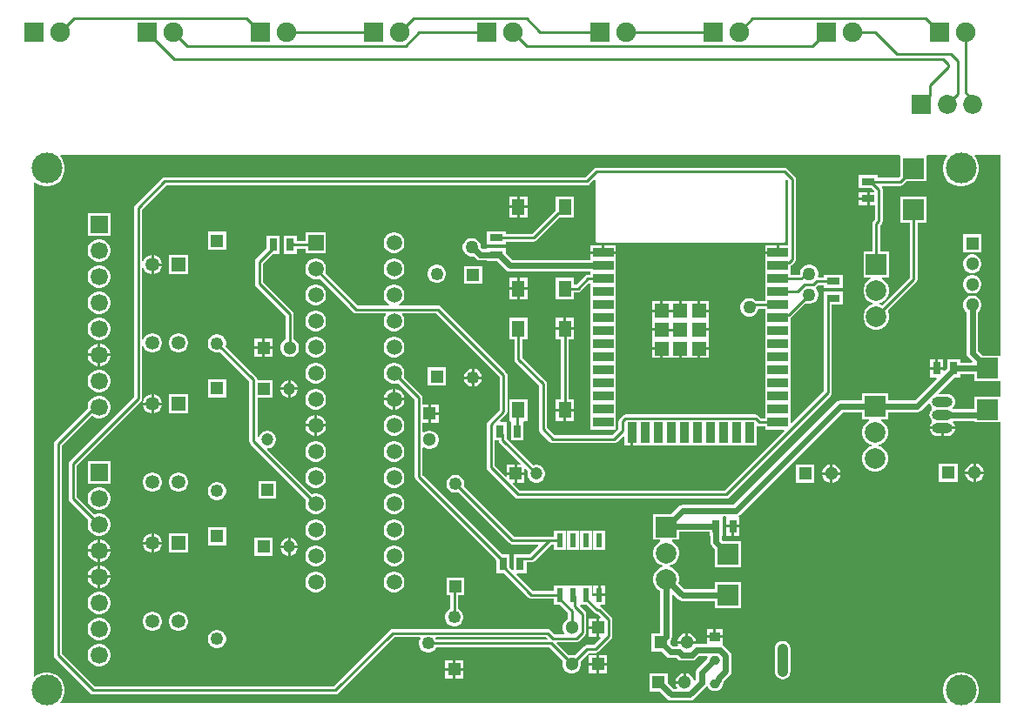
<source format=gtl>
G04*
G04 #@! TF.GenerationSoftware,Altium Limited,Altium Designer,24.2.2 (26)*
G04*
G04 Layer_Physical_Order=1*
G04 Layer_Color=255*
%FSLAX44Y44*%
%MOMM*%
G71*
G04*
G04 #@! TF.SameCoordinates,EEC84D6A-0AE8-4C3C-B58C-44986A5593EB*
G04*
G04*
G04 #@! TF.FilePolarity,Positive*
G04*
G01*
G75*
%ADD14C,0.6000*%
%ADD16C,0.2540*%
%ADD18R,2.0000X2.0000*%
%ADD19R,0.7587X1.3082*%
%ADD20R,1.3082X0.7587*%
%ADD21R,1.3300X1.3300*%
%ADD22R,0.9000X2.0000*%
%ADD23R,2.0000X0.9000*%
%ADD24R,1.3000X1.5500*%
%ADD25R,0.6000X1.4000*%
G04:AMPARAMS|DCode=26|XSize=1.0043mm|YSize=3.1821mm|CornerRadius=0.4369mm|HoleSize=0mm|Usage=FLASHONLY|Rotation=0.000|XOffset=0mm|YOffset=0mm|HoleType=Round|Shape=RoundedRectangle|*
%AMROUNDEDRECTD26*
21,1,1.0043,2.3084,0,0,0.0*
21,1,0.1306,3.1821,0,0,0.0*
1,1,0.8737,0.0653,-1.1542*
1,1,0.8737,-0.0653,-1.1542*
1,1,0.8737,-0.0653,1.1542*
1,1,0.8737,0.0653,1.1542*
%
%ADD26ROUNDEDRECTD26*%
G04:AMPARAMS|DCode=27|XSize=1.0043mm|YSize=0.8721mm|CornerRadius=0.4361mm|HoleSize=0mm|Usage=FLASHONLY|Rotation=0.000|XOffset=0mm|YOffset=0mm|HoleType=Round|Shape=RoundedRectangle|*
%AMROUNDEDRECTD27*
21,1,1.0043,0.0000,0,0,0.0*
21,1,0.1322,0.8721,0,0,0.0*
1,1,0.8721,0.0661,0.0000*
1,1,0.8721,-0.0661,0.0000*
1,1,0.8721,-0.0661,0.0000*
1,1,0.8721,0.0661,0.0000*
%
%ADD27ROUNDEDRECTD27*%
%ADD28R,1.0043X0.8721*%
%ADD31C,1.8500*%
%ADD32R,1.8500X1.8500*%
%ADD33C,1.9000*%
%ADD34R,1.9000X1.9000*%
%ADD35C,2.0000*%
%ADD40C,1.3000*%
%ADD41R,1.3000X1.3000*%
%ADD42C,1.6900*%
%ADD43R,1.6900X1.6900*%
%ADD44C,1.3500*%
%ADD45R,1.3500X1.3500*%
%ADD46C,1.2500*%
%ADD47R,1.2500X1.2500*%
%ADD48C,1.2000*%
%ADD49R,1.2000X1.2000*%
%ADD59R,1.3000X1.3000*%
%ADD60O,2.0000X1.0000*%
%ADD61O,2.0000X1.0000*%
%ADD62R,1.2000X1.2000*%
%ADD63C,1.5000*%
%ADD64R,1.5000X1.5000*%
%ADD65C,1.2700*%
%ADD66C,3.0000*%
G36*
X1206500Y605310D02*
X1189756D01*
X1185049Y610018D01*
Y647394D01*
X1186634Y648979D01*
X1187824Y651041D01*
X1188440Y653340D01*
Y655720D01*
X1187824Y658019D01*
X1186634Y660081D01*
X1184951Y661764D01*
X1182889Y662954D01*
X1180590Y663570D01*
X1178210D01*
X1175911Y662954D01*
X1173849Y661764D01*
X1172166Y660081D01*
X1170976Y658019D01*
X1170360Y655720D01*
Y653340D01*
X1170976Y651041D01*
X1172166Y648979D01*
X1173752Y647394D01*
Y607678D01*
X1173751Y607678D01*
X1174181Y605516D01*
X1175406Y603684D01*
X1179498Y599592D01*
X1179012Y598419D01*
X1167761D01*
Y601917D01*
X1155094D01*
Y592855D01*
X1152400Y590162D01*
X1151227Y590648D01*
Y591566D01*
X1138559D01*
Y583755D01*
X1144334D01*
X1144820Y582582D01*
X1123639Y561400D01*
X1097374D01*
Y568292D01*
X1072294D01*
Y561400D01*
X1051052D01*
X1051052Y561401D01*
X1048890Y560971D01*
X1047058Y559746D01*
X1047058Y559746D01*
X947364Y460052D01*
X897888D01*
X897887Y460052D01*
X895726Y459622D01*
X893893Y458398D01*
X893893Y458398D01*
X886440Y450944D01*
X869348D01*
Y425864D01*
X876006D01*
X876169Y425648D01*
X875832Y423987D01*
X874188Y423038D01*
X871853Y420704D01*
X870203Y417844D01*
X869348Y414655D01*
Y411353D01*
X870203Y408164D01*
X871853Y405304D01*
X874188Y402970D01*
X877048Y401319D01*
X878381Y400961D01*
Y399647D01*
X877048Y399289D01*
X874188Y397639D01*
X871853Y395304D01*
X870203Y392444D01*
X869348Y389255D01*
Y385953D01*
X870203Y382764D01*
X871853Y379904D01*
X874188Y377570D01*
X876239Y376385D01*
Y335176D01*
X867514D01*
Y317096D01*
X877606D01*
X882006Y312696D01*
X882006Y312696D01*
X883838Y311471D01*
X886000Y311041D01*
X886000Y311042D01*
X892033D01*
X892973Y310102D01*
X894805Y308877D01*
X896967Y308447D01*
X896967Y308447D01*
X906941D01*
X906941Y308447D01*
X909103Y308877D01*
X910935Y310102D01*
X913950Y313116D01*
X921556D01*
X922237Y311846D01*
X921748Y310665D01*
X921667Y310048D01*
X912436Y300817D01*
X911211Y298984D01*
X910781Y296823D01*
X910781Y296822D01*
Y289467D01*
X910005Y288854D01*
X908740Y289292D01*
X908346Y290763D01*
X907156Y292825D01*
X905473Y294508D01*
X903411Y295698D01*
X901192Y296293D01*
Y287274D01*
X899922D01*
Y286004D01*
X890903D01*
X891498Y283785D01*
X892440Y282153D01*
X891857Y280882D01*
X888902D01*
X883562Y286222D01*
Y296314D01*
X865482D01*
Y278234D01*
X875574D01*
X882568Y271240D01*
X882568Y271240D01*
X884400Y270015D01*
X886562Y269585D01*
X886562Y269585D01*
X904909D01*
X904909Y269585D01*
X907071Y270015D01*
X908903Y271240D01*
X920424Y282761D01*
X920424Y282761D01*
X920751Y283251D01*
X922184Y283109D01*
X922443Y282484D01*
X923550Y281042D01*
X924991Y279936D01*
X926670Y279241D01*
X928471Y279004D01*
X929793D01*
X931594Y279241D01*
X933273Y279936D01*
X934714Y281042D01*
X935820Y282484D01*
X936516Y284163D01*
X936752Y285959D01*
X937399Y286926D01*
X937617Y288025D01*
X943688Y294095D01*
X943688Y294095D01*
X944912Y295928D01*
X945342Y298090D01*
X945342Y298090D01*
Y312965D01*
X945342Y312965D01*
X944912Y315127D01*
X943688Y316959D01*
X943688Y316959D01*
X937888Y322759D01*
X936639Y323593D01*
X936693Y324863D01*
X936693Y325053D01*
Y330494D01*
X921571D01*
Y325683D01*
X921571Y324863D01*
X920487Y324413D01*
X912166D01*
X911435Y324745D01*
X911372Y324866D01*
X892935D01*
X893272Y323609D01*
X892298Y322338D01*
X888340D01*
X885594Y325084D01*
Y327188D01*
X885882Y327476D01*
X885882Y327476D01*
X887107Y329308D01*
X887537Y331470D01*
X887536Y331470D01*
Y372308D01*
X888710Y372794D01*
X893510Y367994D01*
X893510Y367994D01*
X895342Y366769D01*
X897504Y366339D01*
X897504Y366339D01*
X929546D01*
Y359448D01*
X954626D01*
Y384528D01*
X929546D01*
Y377636D01*
X899844D01*
X893815Y383665D01*
X894428Y385953D01*
Y389255D01*
X893573Y392444D01*
X891923Y395304D01*
X889588Y397639D01*
X886728Y399289D01*
X885395Y399647D01*
Y400961D01*
X886728Y401319D01*
X889588Y402970D01*
X891923Y405304D01*
X893573Y408164D01*
X894428Y411353D01*
Y414655D01*
X893573Y417844D01*
X891923Y420704D01*
X889588Y423038D01*
X887944Y423987D01*
X887607Y425648D01*
X887770Y425864D01*
X894428D01*
Y433517D01*
X923929D01*
Y430085D01*
X924614D01*
Y423811D01*
X924614Y423811D01*
X925044Y421650D01*
X926269Y419817D01*
X929546Y416540D01*
Y399448D01*
X954626D01*
Y424528D01*
X937534D01*
X935911Y426151D01*
Y430085D01*
X936597D01*
Y448247D01*
X937656Y448755D01*
X939404D01*
X940463Y448247D01*
X940463Y447485D01*
Y440436D01*
X946797D01*
X953131D01*
Y448247D01*
X952747D01*
X952362Y449517D01*
X953698Y450409D01*
X1053392Y550103D01*
X1072294D01*
Y543212D01*
X1078952D01*
X1079115Y542996D01*
X1078778Y541335D01*
X1077134Y540387D01*
X1074799Y538052D01*
X1073149Y535192D01*
X1072294Y532003D01*
Y528701D01*
X1073149Y525512D01*
X1074799Y522652D01*
X1077134Y520317D01*
X1079994Y518667D01*
X1081327Y518309D01*
Y516995D01*
X1079994Y516637D01*
X1077134Y514986D01*
X1074799Y512652D01*
X1073149Y509792D01*
X1072294Y506603D01*
Y503301D01*
X1073149Y500112D01*
X1074799Y497252D01*
X1077134Y494917D01*
X1079994Y493267D01*
X1083183Y492412D01*
X1086485D01*
X1089674Y493267D01*
X1092534Y494917D01*
X1094868Y497252D01*
X1096519Y500112D01*
X1097374Y503301D01*
Y506603D01*
X1096519Y509792D01*
X1094868Y512652D01*
X1092534Y514986D01*
X1089674Y516637D01*
X1088341Y516995D01*
Y518309D01*
X1089674Y518667D01*
X1092534Y520317D01*
X1094868Y522652D01*
X1096519Y525512D01*
X1097374Y528701D01*
Y532003D01*
X1096519Y535192D01*
X1094868Y538052D01*
X1092534Y540387D01*
X1090890Y541335D01*
X1090553Y542996D01*
X1090716Y543212D01*
X1097374D01*
Y550103D01*
X1125978D01*
X1125978Y550103D01*
X1128140Y550533D01*
X1129973Y551758D01*
X1136807Y558592D01*
X1138009Y558184D01*
X1138020Y558102D01*
X1138780Y556268D01*
X1139988Y554692D01*
X1140428Y554355D01*
Y553085D01*
X1139988Y552748D01*
X1138780Y551172D01*
X1138020Y549338D01*
X1137761Y547370D01*
X1138020Y545402D01*
X1138780Y543568D01*
X1139988Y541992D01*
X1140428Y541655D01*
Y540385D01*
X1139988Y540048D01*
X1138780Y538473D01*
X1138020Y536638D01*
X1137928Y535940D01*
X1150366D01*
X1162804D01*
X1162712Y536638D01*
X1161952Y538473D01*
X1160744Y540048D01*
X1161036Y541404D01*
X1161323Y541721D01*
X1181768D01*
Y540230D01*
X1206500D01*
Y266700D01*
X1182165D01*
X1181679Y267873D01*
X1182024Y268219D01*
X1183944Y271092D01*
X1185266Y274284D01*
X1185940Y277673D01*
Y281127D01*
X1185266Y284516D01*
X1183944Y287708D01*
X1182024Y290581D01*
X1179581Y293024D01*
X1176708Y294944D01*
X1173516Y296266D01*
X1170127Y296940D01*
X1166673D01*
X1163284Y296266D01*
X1160092Y294944D01*
X1157219Y293024D01*
X1154776Y290581D01*
X1152856Y287708D01*
X1151534Y284516D01*
X1150860Y281127D01*
Y277673D01*
X1151534Y274284D01*
X1152856Y271092D01*
X1154776Y268219D01*
X1155121Y267873D01*
X1154635Y266700D01*
X293165D01*
X292679Y267873D01*
X293024Y268219D01*
X294944Y271092D01*
X296266Y274284D01*
X296940Y277673D01*
Y281127D01*
X296266Y284516D01*
X294944Y287708D01*
X293024Y290581D01*
X290581Y293024D01*
X287708Y294944D01*
X284516Y296266D01*
X281127Y296940D01*
X277673D01*
X274284Y296266D01*
X271092Y294944D01*
X268219Y293024D01*
X267873Y292679D01*
X266700Y293165D01*
Y773635D01*
X267873Y774121D01*
X268219Y773776D01*
X271092Y771856D01*
X274284Y770534D01*
X277673Y769860D01*
X281127D01*
X284516Y770534D01*
X287708Y771856D01*
X290581Y773776D01*
X293024Y776219D01*
X294944Y779092D01*
X296266Y782284D01*
X296940Y785673D01*
Y789128D01*
X296266Y792516D01*
X294944Y795708D01*
X293024Y798581D01*
X292679Y798927D01*
X293165Y800100D01*
X1108710D01*
X1109886Y799874D01*
X1109886Y798830D01*
Y780288D01*
X1107814Y778216D01*
X1087311D01*
Y780665D01*
X1069149D01*
Y767998D01*
X1081817D01*
X1084414Y765400D01*
X1084015Y764130D01*
X1079500D01*
Y757797D01*
Y751463D01*
X1084697D01*
Y737542D01*
X1083353Y736199D01*
X1082511Y734939D01*
X1082215Y733452D01*
Y706468D01*
X1073560D01*
Y681388D01*
X1080218D01*
X1080381Y681172D01*
X1080044Y679511D01*
X1078400Y678562D01*
X1076066Y676228D01*
X1074415Y673368D01*
X1073560Y670179D01*
Y666877D01*
X1074415Y663688D01*
X1076066Y660828D01*
X1078400Y658493D01*
X1081260Y656843D01*
X1082593Y656485D01*
Y655171D01*
X1081260Y654813D01*
X1078400Y653163D01*
X1076066Y650828D01*
X1074415Y647968D01*
X1073560Y644779D01*
Y641477D01*
X1074415Y638288D01*
X1076066Y635428D01*
X1078400Y633093D01*
X1081260Y631443D01*
X1084449Y630588D01*
X1087751D01*
X1090940Y631443D01*
X1093800Y633093D01*
X1096134Y635428D01*
X1097785Y638288D01*
X1098640Y641477D01*
Y644779D01*
X1097785Y647968D01*
X1097291Y648825D01*
X1125173Y676707D01*
X1126015Y677967D01*
X1126311Y679454D01*
Y734794D01*
X1134966D01*
Y759874D01*
X1109886D01*
Y734794D01*
X1118541D01*
Y681063D01*
X1091797Y654319D01*
X1090940Y654813D01*
X1089607Y655171D01*
Y656485D01*
X1090940Y656843D01*
X1093800Y658493D01*
X1096134Y660828D01*
X1097785Y663688D01*
X1098640Y666877D01*
Y670179D01*
X1097785Y673368D01*
X1096134Y676228D01*
X1093800Y678562D01*
X1092156Y679511D01*
X1091819Y681172D01*
X1091982Y681388D01*
X1098640D01*
Y706468D01*
X1089985D01*
Y731843D01*
X1091328Y733186D01*
X1092170Y734447D01*
X1092466Y735933D01*
Y766728D01*
X1092170Y768214D01*
X1091527Y769176D01*
X1091985Y770446D01*
X1109423D01*
X1110910Y770742D01*
X1112170Y771584D01*
X1115380Y774794D01*
X1134966D01*
Y798830D01*
X1134966Y799874D01*
X1136142Y800100D01*
X1154635D01*
X1155121Y798927D01*
X1154776Y798581D01*
X1152856Y795708D01*
X1151534Y792516D01*
X1150860Y789128D01*
Y785673D01*
X1151534Y782284D01*
X1152856Y779092D01*
X1154776Y776219D01*
X1157219Y773776D01*
X1160092Y771856D01*
X1163284Y770534D01*
X1166673Y769860D01*
X1170127D01*
X1173516Y770534D01*
X1176708Y771856D01*
X1179581Y773776D01*
X1182024Y776219D01*
X1183944Y779092D01*
X1185266Y782284D01*
X1185940Y785673D01*
Y789128D01*
X1185266Y792516D01*
X1183944Y795708D01*
X1182024Y798581D01*
X1181679Y798927D01*
X1182165Y800100D01*
X1206500D01*
Y605310D01*
D02*
G37*
G36*
X1181768Y580230D02*
X1206500D01*
Y565310D01*
X1181768D01*
Y553018D01*
X1160648D01*
X1160304Y553624D01*
Y554355D01*
X1160744Y554692D01*
X1161952Y556268D01*
X1162712Y558102D01*
X1162971Y560070D01*
X1162712Y562038D01*
X1161952Y563872D01*
X1160744Y565448D01*
X1159168Y566656D01*
X1157334Y567416D01*
X1155366Y567675D01*
X1147549D01*
X1147063Y568848D01*
X1161970Y583755D01*
X1167761D01*
Y587122D01*
X1181768D01*
Y580230D01*
D02*
G37*
%LPC*%
G36*
X1076960Y764130D02*
X1069149D01*
Y759067D01*
X1076960D01*
Y764130D01*
D02*
G37*
G36*
Y756527D02*
X1069149D01*
Y751463D01*
X1076960D01*
Y756527D01*
D02*
G37*
G36*
X747270Y760224D02*
X739500D01*
Y751204D01*
X747270D01*
Y760224D01*
D02*
G37*
G36*
X736960D02*
X729190D01*
Y751204D01*
X736960D01*
Y760224D01*
D02*
G37*
G36*
X747270Y748664D02*
X739500D01*
Y739644D01*
X747270D01*
Y748664D01*
D02*
G37*
G36*
X736960D02*
X729190D01*
Y739644D01*
X736960D01*
Y748664D01*
D02*
G37*
G36*
X792270Y760224D02*
X774190D01*
Y746326D01*
X774003Y746201D01*
X751662Y723860D01*
X725615D01*
Y726309D01*
X707453D01*
Y713642D01*
X725615D01*
Y716090D01*
X753271D01*
X754758Y716386D01*
X756018Y717228D01*
X778434Y739644D01*
X792270D01*
Y760224D01*
D02*
G37*
G36*
X341190Y743780D02*
X319210D01*
Y721800D01*
X341190D01*
Y743780D01*
D02*
G37*
G36*
X551060Y725050D02*
X530980D01*
Y716839D01*
X522601D01*
Y722035D01*
X509934D01*
Y703873D01*
X522601D01*
Y709069D01*
X530980D01*
Y704970D01*
X551060D01*
Y725050D01*
D02*
G37*
G36*
X453798Y725880D02*
X436218D01*
Y708300D01*
X453798D01*
Y725880D01*
D02*
G37*
G36*
X989240Y712420D02*
X977970D01*
Y706650D01*
X989240D01*
Y712420D01*
D02*
G37*
G36*
X833050D02*
X821780D01*
Y706650D01*
X833050D01*
Y712420D01*
D02*
G37*
G36*
X819240D02*
X807970D01*
Y706650D01*
X819240D01*
Y712420D01*
D02*
G37*
G36*
X1188440Y723570D02*
X1170360D01*
Y705490D01*
X1188440D01*
Y723570D01*
D02*
G37*
G36*
X618542Y725050D02*
X615898D01*
X613345Y724366D01*
X611055Y723044D01*
X609186Y721175D01*
X607864Y718885D01*
X607180Y716332D01*
Y713688D01*
X607864Y711135D01*
X609186Y708845D01*
X611055Y706976D01*
X613345Y705654D01*
X615898Y704970D01*
X618542D01*
X621095Y705654D01*
X623385Y706976D01*
X625254Y708845D01*
X626576Y711135D01*
X627260Y713688D01*
Y716332D01*
X626576Y718885D01*
X625254Y721175D01*
X623385Y723044D01*
X621095Y724366D01*
X618542Y725050D01*
D02*
G37*
G36*
X331647Y718380D02*
X328753D01*
X325958Y717631D01*
X323452Y716184D01*
X321406Y714138D01*
X319959Y711632D01*
X319210Y708837D01*
Y705943D01*
X319959Y703148D01*
X321406Y700642D01*
X323452Y698596D01*
X325958Y697149D01*
X328753Y696400D01*
X331647D01*
X334442Y697149D01*
X336948Y698596D01*
X338994Y700642D01*
X340441Y703148D01*
X341190Y705943D01*
Y708837D01*
X340441Y711632D01*
X338994Y714138D01*
X336948Y716184D01*
X334442Y717631D01*
X331647Y718380D01*
D02*
G37*
G36*
X383540Y703067D02*
Y695060D01*
X391547D01*
X390927Y697376D01*
X389704Y699494D01*
X387974Y701224D01*
X385856Y702447D01*
X383540Y703067D01*
D02*
G37*
G36*
X1180590Y703570D02*
X1178210D01*
X1175911Y702954D01*
X1173849Y701764D01*
X1172166Y700081D01*
X1170976Y698019D01*
X1170360Y695720D01*
Y693340D01*
X1170976Y691041D01*
X1172166Y688979D01*
X1173849Y687296D01*
X1175911Y686106D01*
X1178210Y685490D01*
X1180590D01*
X1182889Y686106D01*
X1184951Y687296D01*
X1186634Y688979D01*
X1187824Y691041D01*
X1188440Y693340D01*
Y695720D01*
X1187824Y698019D01*
X1186634Y700081D01*
X1184951Y701764D01*
X1182889Y702954D01*
X1180590Y703570D01*
D02*
G37*
G36*
X391547Y692520D02*
X383540D01*
Y684513D01*
X385856Y685133D01*
X387974Y686356D01*
X389704Y688086D01*
X390927Y690204D01*
X391547Y692520D01*
D02*
G37*
G36*
X416960Y703080D02*
X398380D01*
Y684500D01*
X416960D01*
Y703080D01*
D02*
G37*
G36*
X618542Y699650D02*
X615898D01*
X613345Y698966D01*
X611055Y697644D01*
X609186Y695775D01*
X607864Y693485D01*
X607180Y690932D01*
Y688288D01*
X607864Y685735D01*
X609186Y683445D01*
X611055Y681576D01*
X613345Y680254D01*
X615898Y679570D01*
X618542D01*
X621095Y680254D01*
X623385Y681576D01*
X625254Y683445D01*
X626576Y685735D01*
X627260Y688288D01*
Y690932D01*
X626576Y693485D01*
X625254Y695775D01*
X623385Y697644D01*
X621095Y698966D01*
X618542Y699650D01*
D02*
G37*
G36*
X660033Y693536D02*
X657719D01*
X655483Y692937D01*
X653479Y691780D01*
X651842Y690143D01*
X650685Y688139D01*
X650086Y685903D01*
Y683589D01*
X650685Y681353D01*
X651842Y679349D01*
X653479Y677712D01*
X655483Y676555D01*
X657719Y675956D01*
X660033D01*
X662269Y676555D01*
X664273Y677712D01*
X665910Y679349D01*
X667067Y681353D01*
X667666Y683589D01*
Y685903D01*
X667067Y688139D01*
X665910Y690143D01*
X664273Y691780D01*
X662269Y692937D01*
X660033Y693536D01*
D02*
G37*
G36*
X702718Y692520D02*
X685138D01*
Y674940D01*
X702718D01*
Y692520D01*
D02*
G37*
G36*
X694082Y719582D02*
X691742D01*
X689481Y718976D01*
X687453Y717806D01*
X685798Y716151D01*
X684628Y714123D01*
X684022Y711862D01*
Y709522D01*
X684628Y707261D01*
X685798Y705233D01*
X687453Y703578D01*
X689481Y702408D01*
X691742Y701802D01*
X694082D01*
X694525Y701921D01*
X696999Y699447D01*
X696999Y699447D01*
X698831Y698222D01*
X700993Y697792D01*
X700993Y697792D01*
X707453D01*
Y697107D01*
X717627D01*
X726048Y688686D01*
X726048Y688686D01*
X727881Y687461D01*
X730042Y687031D01*
X807970D01*
Y683865D01*
X805410D01*
X803923Y683569D01*
X802663Y682727D01*
X794255Y674319D01*
X792270D01*
Y680724D01*
X774190D01*
Y660144D01*
X792270D01*
Y666549D01*
X795864D01*
X797351Y666845D01*
X798611Y667687D01*
X806700Y675776D01*
X807970Y675325D01*
Y660240D01*
Y647540D01*
Y634840D01*
Y622140D01*
Y609440D01*
Y596740D01*
Y584040D01*
Y571340D01*
Y558640D01*
Y545940D01*
Y533240D01*
X833050D01*
Y545940D01*
Y558640D01*
Y571340D01*
Y584040D01*
Y596740D01*
Y609440D01*
Y622140D01*
Y634840D01*
Y647540D01*
Y660240D01*
Y672940D01*
Y685640D01*
Y698340D01*
Y704110D01*
X807970D01*
Y698328D01*
X732382D01*
X725615Y705096D01*
Y709774D01*
X707453D01*
Y709090D01*
X703333D01*
X701802Y710620D01*
Y711862D01*
X701196Y714123D01*
X700026Y716151D01*
X698371Y717806D01*
X696343Y718976D01*
X694082Y719582D01*
D02*
G37*
G36*
X747270Y680724D02*
X739500D01*
Y671704D01*
X747270D01*
Y680724D01*
D02*
G37*
G36*
X736960D02*
X729190D01*
Y671704D01*
X736960D01*
Y680724D01*
D02*
G37*
G36*
X331647Y692980D02*
X328753D01*
X325958Y692231D01*
X323452Y690784D01*
X321406Y688738D01*
X319959Y686232D01*
X319210Y683437D01*
Y680543D01*
X319959Y677748D01*
X321406Y675242D01*
X323452Y673196D01*
X325958Y671749D01*
X328753Y671000D01*
X331647D01*
X334442Y671749D01*
X336948Y673196D01*
X338994Y675242D01*
X340441Y677748D01*
X341190Y680543D01*
Y683437D01*
X340441Y686232D01*
X338994Y688738D01*
X336948Y690784D01*
X334442Y692231D01*
X331647Y692980D01*
D02*
G37*
G36*
X1180590Y683570D02*
X1178210D01*
X1175911Y682954D01*
X1173849Y681764D01*
X1172166Y680081D01*
X1170976Y678019D01*
X1170360Y675720D01*
Y673340D01*
X1170976Y671041D01*
X1172166Y668979D01*
X1173849Y667296D01*
X1175911Y666106D01*
X1178210Y665490D01*
X1180590D01*
X1182889Y666106D01*
X1184951Y667296D01*
X1186634Y668979D01*
X1187824Y671041D01*
X1188440Y673340D01*
Y675720D01*
X1187824Y678019D01*
X1186634Y680081D01*
X1184951Y681764D01*
X1182889Y682954D01*
X1180590Y683570D01*
D02*
G37*
G36*
X747270Y669164D02*
X739500D01*
Y660144D01*
X747270D01*
Y669164D01*
D02*
G37*
G36*
X736960D02*
X729190D01*
Y660144D01*
X736960D01*
Y669164D01*
D02*
G37*
G36*
X997088Y787975D02*
X813932D01*
X812445Y787679D01*
X811185Y786837D01*
X802933Y778585D01*
X394398D01*
X392912Y778289D01*
X391651Y777447D01*
X365553Y751349D01*
X364711Y750088D01*
X364415Y748602D01*
Y564727D01*
X302053Y502365D01*
X301211Y501105D01*
X300915Y499618D01*
Y466090D01*
X301211Y464603D01*
X302053Y463343D01*
X320144Y445252D01*
X319959Y444932D01*
X319210Y442137D01*
Y439243D01*
X319959Y436448D01*
X321406Y433942D01*
X323452Y431896D01*
X325958Y430449D01*
X328753Y429700D01*
X331647D01*
X334442Y430449D01*
X336948Y431896D01*
X338994Y433942D01*
X340441Y436448D01*
X341190Y439243D01*
Y442137D01*
X340441Y444932D01*
X338994Y447438D01*
X336948Y449484D01*
X334442Y450931D01*
X331647Y451680D01*
X328753D01*
X325958Y450931D01*
X325638Y450746D01*
X308685Y467699D01*
Y498009D01*
X371047Y560371D01*
X371889Y561631D01*
X372185Y563118D01*
Y614428D01*
X373455Y614595D01*
X373613Y614004D01*
X374836Y611886D01*
X376566Y610156D01*
X378684Y608933D01*
X381047Y608300D01*
X383493D01*
X385856Y608933D01*
X387974Y610156D01*
X389704Y611886D01*
X390927Y614004D01*
X391560Y616367D01*
Y618813D01*
X390927Y621176D01*
X389704Y623294D01*
X387974Y625024D01*
X385856Y626247D01*
X383493Y626880D01*
X381047D01*
X378684Y626247D01*
X376566Y625024D01*
X374836Y623294D01*
X373613Y621176D01*
X373455Y620584D01*
X372185Y620752D01*
Y690628D01*
X373455Y690796D01*
X373613Y690204D01*
X374836Y688086D01*
X376566Y686356D01*
X378684Y685133D01*
X381000Y684513D01*
Y693790D01*
Y703067D01*
X378684Y702447D01*
X376566Y701224D01*
X374836Y699494D01*
X373613Y697376D01*
X373455Y696785D01*
X372185Y696952D01*
Y746993D01*
X396007Y770815D01*
X804542D01*
X806028Y771111D01*
X807289Y771953D01*
X811747Y776411D01*
X812920Y775925D01*
Y717280D01*
X813117Y716289D01*
X813679Y715449D01*
X814519Y714887D01*
X815510Y714690D01*
X995510D01*
X996501Y714887D01*
X997341Y715449D01*
X997903Y716289D01*
X998100Y717280D01*
Y775925D01*
X999273Y776411D01*
X1000435Y775249D01*
Y712420D01*
X991780D01*
Y705380D01*
X990510D01*
Y704110D01*
X977970D01*
Y698340D01*
Y685640D01*
Y672940D01*
Y658465D01*
X969040D01*
X968119Y659386D01*
X966091Y660556D01*
X963830Y661162D01*
X961490D01*
X959229Y660556D01*
X957201Y659386D01*
X955546Y657731D01*
X954376Y655703D01*
X953770Y653442D01*
Y651102D01*
X954376Y648841D01*
X955546Y646813D01*
X957201Y645158D01*
X959229Y643988D01*
X961490Y643382D01*
X963830D01*
X966091Y643988D01*
X968119Y645158D01*
X969774Y646813D01*
X970944Y648841D01*
X971441Y650695D01*
X977970D01*
Y634840D01*
Y622140D01*
Y609440D01*
Y596740D01*
Y584040D01*
Y571340D01*
Y558640D01*
Y544165D01*
X974157D01*
X971485Y546837D01*
X970225Y547679D01*
X968738Y547975D01*
X842282D01*
X840795Y547679D01*
X839535Y546837D01*
X836653Y543955D01*
X835811Y542695D01*
X835515Y541208D01*
Y533707D01*
X829701Y527893D01*
X773001D01*
X765885Y535009D01*
Y577491D01*
X765589Y578978D01*
X764747Y580238D01*
X742115Y602870D01*
Y621280D01*
X747270D01*
Y641860D01*
X729190D01*
Y621280D01*
X734345D01*
Y601261D01*
X734641Y599774D01*
X735483Y598514D01*
X758115Y575882D01*
Y533400D01*
X758411Y531913D01*
X759253Y530653D01*
X768645Y521261D01*
X769905Y520419D01*
X771392Y520123D01*
X831310D01*
X832797Y520419D01*
X834057Y521261D01*
X840147Y527351D01*
X841320Y526865D01*
Y517740D01*
X847090D01*
Y530280D01*
X849630D01*
Y517740D01*
X969700D01*
Y536073D01*
X970970Y536752D01*
X971062Y536691D01*
X972548Y536395D01*
X977970D01*
Y533240D01*
X996205D01*
X996691Y532067D01*
X938409Y473785D01*
X739384D01*
X732662Y480507D01*
X733148Y481680D01*
X734220D01*
Y488950D01*
X726950D01*
Y487878D01*
X725777Y487392D01*
X715085Y498084D01*
Y522541D01*
X719135D01*
X719394Y521241D01*
X720236Y519981D01*
X740283Y499933D01*
X739797Y498760D01*
X736760D01*
Y491490D01*
X744030D01*
Y494527D01*
X745203Y495013D01*
X747356Y492860D01*
X746950Y491344D01*
Y489096D01*
X747532Y486924D01*
X748656Y484976D01*
X750246Y483386D01*
X752194Y482262D01*
X754366Y481680D01*
X756614D01*
X758786Y482262D01*
X760734Y483386D01*
X762324Y484976D01*
X763448Y486924D01*
X764030Y489096D01*
Y491344D01*
X763448Y493516D01*
X762324Y495464D01*
X760734Y497054D01*
X758786Y498178D01*
X756614Y498760D01*
X754366D01*
X752850Y498354D01*
X726867Y524337D01*
Y529098D01*
X726793Y529474D01*
Y540703D01*
X720970D01*
X720484Y541876D01*
X726334Y547726D01*
X727176Y548986D01*
X727472Y550473D01*
Y586351D01*
X727176Y587838D01*
X726334Y589098D01*
X662565Y652867D01*
X661305Y653709D01*
X659818Y654005D01*
X622164D01*
X621824Y655275D01*
X623385Y656176D01*
X625254Y658045D01*
X626576Y660335D01*
X627260Y662888D01*
Y665532D01*
X626576Y668085D01*
X625254Y670375D01*
X623385Y672244D01*
X621095Y673566D01*
X618542Y674250D01*
X615898D01*
X613345Y673566D01*
X611055Y672244D01*
X609186Y670375D01*
X607864Y668085D01*
X607180Y665532D01*
Y662888D01*
X607864Y660335D01*
X609186Y658045D01*
X611055Y656176D01*
X612617Y655275D01*
X612276Y654005D01*
X582119D01*
X550379Y685745D01*
X551060Y688288D01*
Y690932D01*
X550376Y693485D01*
X549054Y695775D01*
X547185Y697644D01*
X544895Y698966D01*
X542342Y699650D01*
X539698D01*
X537145Y698966D01*
X534855Y697644D01*
X532986Y695775D01*
X531664Y693485D01*
X530980Y690932D01*
Y688288D01*
X531664Y685735D01*
X532986Y683445D01*
X534855Y681576D01*
X537145Y680254D01*
X539698Y679570D01*
X542342D01*
X544885Y680251D01*
X577763Y647373D01*
X579023Y646531D01*
X580510Y646235D01*
X608787D01*
X609273Y645062D01*
X609186Y644975D01*
X607864Y642685D01*
X607180Y640132D01*
Y637488D01*
X607864Y634935D01*
X609186Y632645D01*
X611055Y630776D01*
X613345Y629454D01*
X615898Y628770D01*
X618542D01*
X621095Y629454D01*
X623385Y630776D01*
X625254Y632645D01*
X626576Y634935D01*
X627260Y637488D01*
Y640132D01*
X626576Y642685D01*
X625254Y644975D01*
X625167Y645062D01*
X625653Y646235D01*
X658209D01*
X719702Y584742D01*
Y552082D01*
X708453Y540833D01*
X707611Y539572D01*
X707315Y538086D01*
Y496475D01*
X707611Y494988D01*
X708453Y493728D01*
X735028Y467153D01*
X736288Y466311D01*
X737775Y466015D01*
X940018D01*
X941505Y466311D01*
X942765Y467153D01*
X1041924Y566312D01*
X1042766Y567572D01*
X1043062Y569059D01*
Y654689D01*
X1053529D01*
Y667356D01*
X1035367D01*
Y658875D01*
X1035292Y658499D01*
Y570668D01*
X1004223Y539599D01*
X1003050Y540085D01*
Y545940D01*
Y558640D01*
Y571340D01*
Y584040D01*
Y596740D01*
Y609440D01*
Y622140D01*
Y634840D01*
Y641945D01*
X1003675Y642363D01*
X1017471Y656159D01*
X1019656Y655574D01*
X1021996D01*
X1024257Y656180D01*
X1026285Y657350D01*
X1027940Y659005D01*
X1029110Y661033D01*
X1029716Y663294D01*
Y665634D01*
X1029110Y667895D01*
X1027940Y669923D01*
X1027412Y670450D01*
X1027537Y671714D01*
X1027781Y671877D01*
X1029576Y673672D01*
X1035367D01*
Y671224D01*
X1053529D01*
Y683891D01*
X1035367D01*
Y681442D01*
X1030177D01*
X1029404Y682449D01*
X1029716Y683614D01*
Y685954D01*
X1029110Y688215D01*
X1027940Y690243D01*
X1026285Y691898D01*
X1024257Y693068D01*
X1021996Y693674D01*
X1019656D01*
X1017395Y693068D01*
X1015367Y691898D01*
X1013712Y690243D01*
X1012542Y688215D01*
X1011936Y685954D01*
Y684137D01*
X1011664Y683865D01*
X1003050D01*
Y692746D01*
X1003675Y693163D01*
X1007067Y696555D01*
X1007909Y697815D01*
X1008205Y699302D01*
Y776858D01*
X1007909Y778345D01*
X1007067Y779605D01*
X999835Y786837D01*
X998575Y787679D01*
X997088Y787975D01*
D02*
G37*
G36*
X542342Y674250D02*
X539698D01*
X537145Y673566D01*
X534855Y672244D01*
X532986Y670375D01*
X531664Y668085D01*
X530980Y665532D01*
Y662888D01*
X531664Y660335D01*
X532986Y658045D01*
X534855Y656176D01*
X537145Y654854D01*
X539698Y654170D01*
X542342D01*
X544895Y654854D01*
X547185Y656176D01*
X549054Y658045D01*
X550376Y660335D01*
X551060Y662888D01*
Y665532D01*
X550376Y668085D01*
X549054Y670375D01*
X547185Y672244D01*
X544895Y673566D01*
X542342Y674250D01*
D02*
G37*
G36*
X923050Y657920D02*
X915130D01*
Y650000D01*
X923050D01*
Y657920D01*
D02*
G37*
G36*
X875890D02*
X867970D01*
Y650000D01*
X875890D01*
Y657920D01*
D02*
G37*
G36*
X912590D02*
X896780D01*
Y648730D01*
X894240D01*
Y657920D01*
X878430D01*
Y648730D01*
X877160D01*
Y647460D01*
X867970D01*
Y639540D01*
Y631650D01*
X877160D01*
Y629110D01*
X867970D01*
Y621190D01*
Y613300D01*
X877160D01*
Y612030D01*
X878430D01*
Y602840D01*
X894240D01*
Y612030D01*
X896780D01*
Y602840D01*
X912590D01*
Y612030D01*
X913860D01*
Y613300D01*
X923050D01*
Y621190D01*
Y629110D01*
X913860D01*
Y631650D01*
X923050D01*
Y639540D01*
Y647460D01*
X913860D01*
Y648730D01*
X912590D01*
Y657920D01*
D02*
G37*
G36*
X331647Y667580D02*
X328753D01*
X325958Y666831D01*
X323452Y665384D01*
X321406Y663338D01*
X319959Y660832D01*
X319210Y658037D01*
Y655143D01*
X319959Y652348D01*
X321406Y649842D01*
X323452Y647796D01*
X325958Y646349D01*
X328753Y645600D01*
X331647D01*
X334442Y646349D01*
X336948Y647796D01*
X338994Y649842D01*
X340441Y652348D01*
X341190Y655143D01*
Y658037D01*
X340441Y660832D01*
X338994Y663338D01*
X336948Y665384D01*
X334442Y666831D01*
X331647Y667580D01*
D02*
G37*
G36*
X792270Y641860D02*
X784500D01*
Y632840D01*
X792270D01*
Y641860D01*
D02*
G37*
G36*
X781960D02*
X774190D01*
Y632840D01*
X781960D01*
Y641860D01*
D02*
G37*
G36*
X542342Y648850D02*
X539698D01*
X537145Y648166D01*
X534855Y646844D01*
X532986Y644975D01*
X531664Y642685D01*
X530980Y640132D01*
Y637488D01*
X531664Y634935D01*
X532986Y632645D01*
X534855Y630776D01*
X537145Y629454D01*
X539698Y628770D01*
X542342D01*
X544895Y629454D01*
X547185Y630776D01*
X549054Y632645D01*
X550376Y634935D01*
X551060Y637488D01*
Y640132D01*
X550376Y642685D01*
X549054Y644975D01*
X547185Y646844D01*
X544895Y648166D01*
X542342Y648850D01*
D02*
G37*
G36*
X331647Y642180D02*
X328753D01*
X325958Y641431D01*
X323452Y639984D01*
X321406Y637938D01*
X319959Y635432D01*
X319210Y632637D01*
Y629743D01*
X319959Y626948D01*
X321406Y624442D01*
X323452Y622396D01*
X325958Y620949D01*
X328753Y620200D01*
X331647D01*
X334442Y620949D01*
X336948Y622396D01*
X338994Y624442D01*
X340441Y626948D01*
X341190Y629743D01*
Y632637D01*
X340441Y635432D01*
X338994Y637938D01*
X336948Y639984D01*
X334442Y641431D01*
X331647Y642180D01*
D02*
G37*
G36*
X499410Y621942D02*
X491640D01*
Y614172D01*
X499410D01*
Y621942D01*
D02*
G37*
G36*
X489100D02*
X481330D01*
Y614172D01*
X489100D01*
Y621942D01*
D02*
G37*
G36*
X408893Y626880D02*
X406447D01*
X404084Y626247D01*
X401966Y625024D01*
X400236Y623294D01*
X399013Y621176D01*
X398380Y618813D01*
Y616367D01*
X399013Y614004D01*
X400236Y611886D01*
X401966Y610156D01*
X404084Y608933D01*
X406447Y608300D01*
X408893D01*
X411256Y608933D01*
X413374Y610156D01*
X415104Y611886D01*
X416327Y614004D01*
X416960Y616367D01*
Y618813D01*
X416327Y621176D01*
X415104Y623294D01*
X413374Y625024D01*
X411256Y626247D01*
X408893Y626880D01*
D02*
G37*
G36*
X331647Y616780D02*
X331470D01*
Y607060D01*
X341190D01*
Y607237D01*
X340441Y610032D01*
X338994Y612538D01*
X336948Y614584D01*
X334442Y616031D01*
X331647Y616780D01*
D02*
G37*
G36*
X328930D02*
X328753D01*
X325958Y616031D01*
X323452Y614584D01*
X321406Y612538D01*
X319959Y610032D01*
X319210Y607237D01*
Y607060D01*
X328930D01*
Y616780D01*
D02*
G37*
G36*
X506067Y722035D02*
X493399D01*
Y709367D01*
X483409Y699376D01*
X482567Y698116D01*
X482271Y696630D01*
Y675386D01*
X482567Y673899D01*
X483409Y672639D01*
X511885Y644163D01*
Y621098D01*
X510219Y620136D01*
X508536Y618453D01*
X507346Y616391D01*
X506730Y614092D01*
Y611712D01*
X507346Y609413D01*
X508536Y607351D01*
X510219Y605668D01*
X512281Y604478D01*
X514580Y603862D01*
X516960D01*
X519259Y604478D01*
X521321Y605668D01*
X523004Y607351D01*
X524194Y609413D01*
X524810Y611712D01*
Y614092D01*
X524194Y616391D01*
X523004Y618453D01*
X521321Y620136D01*
X519655Y621098D01*
Y645772D01*
X519359Y647259D01*
X518517Y648519D01*
X490041Y676995D01*
Y695021D01*
X498893Y703873D01*
X506067D01*
Y722035D01*
D02*
G37*
G36*
X499410Y611632D02*
X491640D01*
Y603862D01*
X499410D01*
Y611632D01*
D02*
G37*
G36*
X489100D02*
X481330D01*
Y603862D01*
X489100D01*
Y611632D01*
D02*
G37*
G36*
X618542Y623450D02*
X615898D01*
X613345Y622766D01*
X611055Y621444D01*
X609186Y619575D01*
X607864Y617285D01*
X607180Y614732D01*
Y612088D01*
X607864Y609535D01*
X609186Y607245D01*
X611055Y605376D01*
X613345Y604054D01*
X615898Y603370D01*
X618542D01*
X621095Y604054D01*
X623385Y605376D01*
X625254Y607245D01*
X626576Y609535D01*
X627260Y612088D01*
Y614732D01*
X626576Y617285D01*
X625254Y619575D01*
X623385Y621444D01*
X621095Y622766D01*
X618542Y623450D01*
D02*
G37*
G36*
X542342D02*
X539698D01*
X537145Y622766D01*
X534855Y621444D01*
X532986Y619575D01*
X531664Y617285D01*
X530980Y614732D01*
Y612088D01*
X531664Y609535D01*
X532986Y607245D01*
X534855Y605376D01*
X537145Y604054D01*
X539698Y603370D01*
X542342D01*
X544895Y604054D01*
X547185Y605376D01*
X549054Y607245D01*
X550376Y609535D01*
X551060Y612088D01*
Y614732D01*
X550376Y617285D01*
X549054Y619575D01*
X547185Y621444D01*
X544895Y622766D01*
X542342Y623450D01*
D02*
G37*
G36*
X923050Y610760D02*
X915130D01*
Y602840D01*
X923050D01*
Y610760D01*
D02*
G37*
G36*
X875890D02*
X867970D01*
Y602840D01*
X875890D01*
Y610760D01*
D02*
G37*
G36*
X341190Y604520D02*
X331470D01*
Y594800D01*
X331647D01*
X334442Y595549D01*
X336948Y596996D01*
X338994Y599042D01*
X340441Y601548D01*
X341190Y604343D01*
Y604520D01*
D02*
G37*
G36*
X328930D02*
X319210D01*
Y604343D01*
X319959Y601548D01*
X321406Y599042D01*
X323452Y596996D01*
X325958Y595549D01*
X328753Y594800D01*
X328930D01*
Y604520D01*
D02*
G37*
G36*
X1151227Y601917D02*
X1146163D01*
Y594106D01*
X1151227D01*
Y601917D01*
D02*
G37*
G36*
X1143623D02*
X1138559D01*
Y594106D01*
X1143623D01*
Y601917D01*
D02*
G37*
G36*
X695198Y592490D02*
Y585000D01*
X702688D01*
X702119Y587123D01*
X700962Y589127D01*
X699325Y590764D01*
X697321Y591921D01*
X695198Y592490D01*
D02*
G37*
G36*
X692658D02*
X690535Y591921D01*
X688531Y590764D01*
X686894Y589127D01*
X685737Y587123D01*
X685168Y585000D01*
X692658D01*
Y592490D01*
D02*
G37*
G36*
X542342Y598050D02*
X539698D01*
X537145Y597366D01*
X534855Y596044D01*
X532986Y594175D01*
X531664Y591885D01*
X530980Y589332D01*
Y586688D01*
X531664Y584135D01*
X532986Y581845D01*
X534855Y579976D01*
X537145Y578654D01*
X539698Y577970D01*
X542342D01*
X544895Y578654D01*
X547185Y579976D01*
X549054Y581845D01*
X550376Y584135D01*
X551060Y586688D01*
Y589332D01*
X550376Y591885D01*
X549054Y594175D01*
X547185Y596044D01*
X544895Y597366D01*
X542342Y598050D01*
D02*
G37*
G36*
X667666Y593536D02*
X650086D01*
Y575956D01*
X667666D01*
Y593536D01*
D02*
G37*
G36*
X702688Y582460D02*
X695198D01*
Y574970D01*
X697321Y575539D01*
X699325Y576696D01*
X700962Y578333D01*
X702119Y580337D01*
X702688Y582460D01*
D02*
G37*
G36*
X692658D02*
X685168D01*
X685737Y580337D01*
X686894Y578333D01*
X688531Y576696D01*
X690535Y575539D01*
X692658Y574970D01*
Y582460D01*
D02*
G37*
G36*
X516490Y581271D02*
Y574040D01*
X523721D01*
X523178Y576066D01*
X522054Y578014D01*
X520464Y579604D01*
X518516Y580728D01*
X516490Y581271D01*
D02*
G37*
G36*
X513950D02*
X511924Y580728D01*
X509976Y579604D01*
X508386Y578014D01*
X507262Y576066D01*
X506719Y574040D01*
X513950D01*
Y581271D01*
D02*
G37*
G36*
X331647Y591380D02*
X328753D01*
X325958Y590631D01*
X323452Y589184D01*
X321406Y587138D01*
X319959Y584632D01*
X319210Y581837D01*
Y578943D01*
X319959Y576148D01*
X321406Y573642D01*
X323452Y571596D01*
X325958Y570149D01*
X328753Y569400D01*
X331647D01*
X334442Y570149D01*
X336948Y571596D01*
X338994Y573642D01*
X340441Y576148D01*
X341190Y578943D01*
Y581837D01*
X340441Y584632D01*
X338994Y587138D01*
X336948Y589184D01*
X334442Y590631D01*
X331647Y591380D01*
D02*
G37*
G36*
X453798Y582073D02*
X436218D01*
Y564493D01*
X453798D01*
Y582073D01*
D02*
G37*
G36*
X523721Y571500D02*
X516490D01*
Y564269D01*
X518516Y564812D01*
X520464Y565936D01*
X522054Y567526D01*
X523178Y569474D01*
X523721Y571500D01*
D02*
G37*
G36*
X513950D02*
X506719D01*
X507262Y569474D01*
X508386Y567526D01*
X509976Y565936D01*
X511924Y564812D01*
X513950Y564269D01*
Y571500D01*
D02*
G37*
G36*
X618542Y572650D02*
X618490D01*
Y563880D01*
X627260D01*
Y563932D01*
X626576Y566485D01*
X625254Y568775D01*
X623385Y570644D01*
X621095Y571966D01*
X618542Y572650D01*
D02*
G37*
G36*
X615950D02*
X615898D01*
X613345Y571966D01*
X611055Y570644D01*
X609186Y568775D01*
X607864Y566485D01*
X607180Y563932D01*
Y563880D01*
X615950D01*
Y572650D01*
D02*
G37*
G36*
X383540Y567585D02*
Y559578D01*
X391547D01*
X390927Y561894D01*
X389704Y564012D01*
X387974Y565742D01*
X385856Y566965D01*
X383540Y567585D01*
D02*
G37*
G36*
X381000D02*
X378684Y566965D01*
X376566Y565742D01*
X374836Y564012D01*
X373613Y561894D01*
X372993Y559578D01*
X381000D01*
Y567585D01*
D02*
G37*
G36*
X792270Y630300D02*
X783230D01*
X774190D01*
Y621280D01*
X779345D01*
Y562360D01*
X774190D01*
Y553340D01*
X783230D01*
X792270D01*
Y562360D01*
X787115D01*
Y621280D01*
X792270D01*
Y630300D01*
D02*
G37*
G36*
X627260Y561340D02*
X618490D01*
Y552570D01*
X618542D01*
X621095Y553254D01*
X623385Y554576D01*
X625254Y556445D01*
X626576Y558735D01*
X627260Y561288D01*
Y561340D01*
D02*
G37*
G36*
X615950D02*
X607180D01*
Y561288D01*
X607864Y558735D01*
X609186Y556445D01*
X611055Y554576D01*
X613345Y553254D01*
X615898Y552570D01*
X615950D01*
Y561340D01*
D02*
G37*
G36*
X542342Y572650D02*
X539698D01*
X537145Y571966D01*
X534855Y570644D01*
X532986Y568775D01*
X531664Y566485D01*
X530980Y563932D01*
Y561288D01*
X531664Y558735D01*
X532986Y556445D01*
X534855Y554576D01*
X537145Y553254D01*
X539698Y552570D01*
X542342D01*
X544895Y553254D01*
X547185Y554576D01*
X549054Y556445D01*
X550376Y558735D01*
X551060Y561288D01*
Y563932D01*
X550376Y566485D01*
X549054Y568775D01*
X547185Y570644D01*
X544895Y571966D01*
X542342Y572650D01*
D02*
G37*
G36*
X660550Y557680D02*
X652780D01*
Y549910D01*
X660550D01*
Y557680D01*
D02*
G37*
G36*
X391547Y557038D02*
X383540D01*
Y549031D01*
X385856Y549651D01*
X387974Y550874D01*
X389704Y552604D01*
X390927Y554722D01*
X391547Y557038D01*
D02*
G37*
G36*
X381000D02*
X372993D01*
X373613Y554722D01*
X374836Y552604D01*
X376566Y550874D01*
X378684Y549651D01*
X381000Y549031D01*
Y557038D01*
D02*
G37*
G36*
X416960Y567598D02*
X398380D01*
Y549018D01*
X416960D01*
Y567598D01*
D02*
G37*
G36*
X618542Y598050D02*
X615898D01*
X613345Y597366D01*
X611055Y596044D01*
X609186Y594175D01*
X607864Y591885D01*
X607180Y589332D01*
Y586688D01*
X607864Y584135D01*
X609186Y581845D01*
X611055Y579976D01*
X613345Y578654D01*
X615898Y577970D01*
X618542D01*
X621085Y578651D01*
X637315Y562421D01*
Y487391D01*
X637611Y485904D01*
X638453Y484644D01*
X716919Y406177D01*
Y393509D01*
X724093D01*
X748068Y369533D01*
X749329Y368691D01*
X750815Y368395D01*
X772970D01*
Y362740D01*
X778556D01*
X786055Y355241D01*
Y348556D01*
X784389Y347594D01*
X782706Y345911D01*
X781516Y343849D01*
X780900Y341550D01*
Y339170D01*
X781516Y336871D01*
X782478Y335205D01*
X781919Y333935D01*
X773483D01*
X769491Y337927D01*
X768231Y338769D01*
X766744Y339065D01*
X616104D01*
X614617Y338769D01*
X613357Y337927D01*
X558715Y283285D01*
X326221D01*
X294461Y315045D01*
Y517567D01*
X323271Y546377D01*
X323452Y546196D01*
X325958Y544749D01*
X328753Y544000D01*
X331647D01*
X334442Y544749D01*
X336948Y546196D01*
X338994Y548242D01*
X340441Y550748D01*
X341190Y553543D01*
Y556437D01*
X340441Y559232D01*
X338994Y561738D01*
X336948Y563784D01*
X334442Y565231D01*
X331647Y565980D01*
X328753D01*
X325958Y565231D01*
X323452Y563784D01*
X321406Y561738D01*
X319959Y559232D01*
X319210Y556437D01*
Y553543D01*
X319261Y553354D01*
X287829Y521923D01*
X286987Y520663D01*
X286691Y519176D01*
Y313436D01*
X286987Y311949D01*
X287829Y310689D01*
X321865Y276653D01*
X323125Y275811D01*
X324612Y275515D01*
X560324D01*
X561811Y275811D01*
X563071Y276653D01*
X617713Y331295D01*
X642293D01*
X642922Y330025D01*
X642049Y328513D01*
X641450Y326277D01*
Y323963D01*
X642049Y321727D01*
X643206Y319723D01*
X644843Y318086D01*
X646847Y316929D01*
X649083Y316330D01*
X651397D01*
X653633Y316929D01*
X655637Y318086D01*
X657274Y319723D01*
X658147Y321235D01*
X768011D01*
X781398Y307848D01*
X780900Y305990D01*
Y303610D01*
X781516Y301311D01*
X782706Y299249D01*
X784389Y297566D01*
X786451Y296376D01*
X788750Y295760D01*
X791130D01*
X793429Y296376D01*
X795491Y297566D01*
X797174Y299249D01*
X798364Y301311D01*
X798980Y303610D01*
Y305990D01*
X798482Y307848D01*
X806291Y315657D01*
X812910D01*
X814396Y315953D01*
X815657Y316795D01*
X828397Y329535D01*
X829239Y330795D01*
X829535Y332282D01*
Y348438D01*
X829239Y349925D01*
X828397Y351185D01*
X819341Y360241D01*
X818081Y361083D01*
X817352Y361228D01*
X817202Y361470D01*
X817912Y362740D01*
X822150D01*
Y371010D01*
X816610D01*
X811070D01*
Y369380D01*
X809800Y368726D01*
X809450Y368977D01*
Y381820D01*
X798370D01*
Y364000D01*
X798370Y363781D01*
X797100Y363040D01*
X796750Y363238D01*
Y381820D01*
X785670D01*
Y369380D01*
X784400Y368726D01*
X784050Y368977D01*
Y381820D01*
X772970D01*
Y376165D01*
X752424D01*
X736254Y392336D01*
X736740Y393509D01*
X746121D01*
Y403977D01*
X750836D01*
X752322Y404272D01*
X753583Y405114D01*
X769864Y421395D01*
X772970D01*
Y415740D01*
X784050D01*
Y434820D01*
X772970D01*
Y429165D01*
X733769D01*
X685248Y477686D01*
X685700Y479373D01*
Y481687D01*
X685101Y483923D01*
X683944Y485927D01*
X682307Y487564D01*
X680303Y488721D01*
X678067Y489320D01*
X675753D01*
X673517Y488721D01*
X671513Y487564D01*
X669876Y485927D01*
X668719Y483923D01*
X668120Y481687D01*
Y479373D01*
X668719Y477137D01*
X669876Y475133D01*
X671513Y473496D01*
X673517Y472339D01*
X675753Y471740D01*
X678067D01*
X679754Y472192D01*
X729413Y422533D01*
X730673Y421691D01*
X732160Y421395D01*
X757217D01*
X757703Y420222D01*
X749227Y411746D01*
X742311D01*
X741935Y411671D01*
X733454D01*
Y396795D01*
X732280Y396309D01*
X729586Y399003D01*
Y411671D01*
X722413D01*
X645085Y488999D01*
Y515219D01*
X646355Y515778D01*
X648021Y514816D01*
X650320Y514200D01*
X652700D01*
X654999Y514816D01*
X657061Y516006D01*
X658744Y517689D01*
X659934Y519751D01*
X660550Y522050D01*
Y524430D01*
X659934Y526729D01*
X658744Y528791D01*
X657061Y530474D01*
X654999Y531664D01*
X652700Y532280D01*
X650320D01*
X648021Y531664D01*
X646355Y530702D01*
X645085Y531261D01*
Y539600D01*
X650240D01*
Y548640D01*
Y557680D01*
X645085D01*
Y564030D01*
X644789Y565517D01*
X643947Y566777D01*
X626579Y584145D01*
X627260Y586688D01*
Y589332D01*
X626576Y591885D01*
X625254Y594175D01*
X623385Y596044D01*
X621095Y597366D01*
X618542Y598050D01*
D02*
G37*
G36*
X792270Y550800D02*
X784500D01*
Y541780D01*
X792270D01*
Y550800D01*
D02*
G37*
G36*
X781960D02*
X774190D01*
Y541780D01*
X781960D01*
Y550800D01*
D02*
G37*
G36*
X747270Y562360D02*
X729190D01*
Y541780D01*
X730193D01*
X730659Y540703D01*
X730659D01*
Y522541D01*
X743327D01*
Y540703D01*
X743327D01*
X743793Y541780D01*
X747270D01*
Y562360D01*
D02*
G37*
G36*
X660550Y547370D02*
X652780D01*
Y539600D01*
X660550D01*
Y547370D01*
D02*
G37*
G36*
X542342Y547250D02*
X542290D01*
Y538480D01*
X551060D01*
Y538532D01*
X550376Y541085D01*
X549054Y543375D01*
X547185Y545244D01*
X544895Y546566D01*
X542342Y547250D01*
D02*
G37*
G36*
X539750D02*
X539698D01*
X537145Y546566D01*
X534855Y545244D01*
X532986Y543375D01*
X531664Y541085D01*
X530980Y538532D01*
Y538480D01*
X539750D01*
Y547250D01*
D02*
G37*
G36*
X618542D02*
X615898D01*
X613345Y546566D01*
X611055Y545244D01*
X609186Y543375D01*
X607864Y541085D01*
X607180Y538532D01*
Y535888D01*
X607864Y533335D01*
X609186Y531045D01*
X611055Y529176D01*
X613345Y527854D01*
X615898Y527170D01*
X618542D01*
X621095Y527854D01*
X623385Y529176D01*
X625254Y531045D01*
X626576Y533335D01*
X627260Y535888D01*
Y538532D01*
X626576Y541085D01*
X625254Y543375D01*
X623385Y545244D01*
X621095Y546566D01*
X618542Y547250D01*
D02*
G37*
G36*
X551060Y535940D02*
X542290D01*
Y527170D01*
X542342D01*
X544895Y527854D01*
X547185Y529176D01*
X549054Y531045D01*
X550376Y533335D01*
X551060Y535888D01*
Y535940D01*
D02*
G37*
G36*
X539750D02*
X530980D01*
Y535888D01*
X531664Y533335D01*
X532986Y531045D01*
X534855Y529176D01*
X537145Y527854D01*
X539698Y527170D01*
X539750D01*
Y535940D01*
D02*
G37*
G36*
X1162804Y533400D02*
X1151636D01*
Y527065D01*
X1155366D01*
X1157334Y527324D01*
X1159168Y528084D01*
X1160744Y529292D01*
X1161952Y530868D01*
X1162712Y532702D01*
X1162804Y533400D01*
D02*
G37*
G36*
X1149096D02*
X1137928D01*
X1138020Y532702D01*
X1138780Y530868D01*
X1139988Y529292D01*
X1141563Y528084D01*
X1143398Y527324D01*
X1145366Y527065D01*
X1149096D01*
Y533400D01*
D02*
G37*
G36*
X618542Y521850D02*
X615898D01*
X613345Y521166D01*
X611055Y519844D01*
X609186Y517975D01*
X607864Y515685D01*
X607180Y513132D01*
Y510488D01*
X607864Y507935D01*
X609186Y505645D01*
X611055Y503776D01*
X613345Y502454D01*
X615898Y501770D01*
X618542D01*
X621095Y502454D01*
X623385Y503776D01*
X625254Y505645D01*
X626576Y507935D01*
X627260Y510488D01*
Y513132D01*
X626576Y515685D01*
X625254Y517975D01*
X623385Y519844D01*
X621095Y521166D01*
X618542Y521850D01*
D02*
G37*
G36*
X542342D02*
X539698D01*
X537145Y521166D01*
X534855Y519844D01*
X532986Y517975D01*
X531664Y515685D01*
X530980Y513132D01*
Y510488D01*
X531664Y507935D01*
X532986Y505645D01*
X534855Y503776D01*
X537145Y502454D01*
X539698Y501770D01*
X542342D01*
X544895Y502454D01*
X547185Y503776D01*
X549054Y505645D01*
X550376Y507935D01*
X551060Y510488D01*
Y513132D01*
X550376Y515685D01*
X549054Y517975D01*
X547185Y519844D01*
X544895Y521166D01*
X542342Y521850D01*
D02*
G37*
G36*
X1182878Y500255D02*
Y492506D01*
X1190627D01*
X1190032Y494725D01*
X1188842Y496787D01*
X1187159Y498470D01*
X1185097Y499660D01*
X1182878Y500255D01*
D02*
G37*
G36*
X1180338D02*
X1178119Y499660D01*
X1176057Y498470D01*
X1174374Y496787D01*
X1173184Y494725D01*
X1172589Y492506D01*
X1180338D01*
Y500255D01*
D02*
G37*
G36*
X1043686Y499493D02*
Y491744D01*
X1051435D01*
X1050840Y493963D01*
X1049650Y496025D01*
X1047967Y497708D01*
X1045905Y498898D01*
X1043686Y499493D01*
D02*
G37*
G36*
X1041146D02*
X1038927Y498898D01*
X1036865Y497708D01*
X1035182Y496025D01*
X1033992Y493963D01*
X1033397Y491744D01*
X1041146D01*
Y499493D01*
D02*
G37*
G36*
X734220Y498760D02*
X726950D01*
Y491490D01*
X734220D01*
Y498760D01*
D02*
G37*
G36*
X1190627Y489966D02*
X1182878D01*
Y482217D01*
X1185097Y482812D01*
X1187159Y484002D01*
X1188842Y485685D01*
X1190032Y487747D01*
X1190627Y489966D01*
D02*
G37*
G36*
X1180338D02*
X1172589D01*
X1173184Y487747D01*
X1174374Y485685D01*
X1176057Y484002D01*
X1178119Y482812D01*
X1180338Y482217D01*
Y489966D01*
D02*
G37*
G36*
X1165248Y500276D02*
X1147168D01*
Y482196D01*
X1165248D01*
Y500276D01*
D02*
G37*
G36*
X744030Y488950D02*
X736760D01*
Y481680D01*
X744030D01*
Y488950D01*
D02*
G37*
G36*
X1051435Y489204D02*
X1043686D01*
Y481455D01*
X1045905Y482050D01*
X1047967Y483240D01*
X1049650Y484923D01*
X1050840Y486985D01*
X1051435Y489204D01*
D02*
G37*
G36*
X1041146D02*
X1033397D01*
X1033992Y486985D01*
X1035182Y484923D01*
X1036865Y483240D01*
X1038927Y482050D01*
X1041146Y481455D01*
Y489204D01*
D02*
G37*
G36*
X1026056Y499514D02*
X1007976D01*
Y481434D01*
X1026056D01*
Y499514D01*
D02*
G37*
G36*
X341190Y502480D02*
X319210D01*
Y480500D01*
X341190D01*
Y502480D01*
D02*
G37*
G36*
X618542Y496450D02*
X615898D01*
X613345Y495766D01*
X611055Y494444D01*
X609186Y492575D01*
X607864Y490285D01*
X607180Y487732D01*
Y485088D01*
X607864Y482535D01*
X609186Y480245D01*
X611055Y478376D01*
X613345Y477054D01*
X615898Y476370D01*
X618542D01*
X621095Y477054D01*
X623385Y478376D01*
X625254Y480245D01*
X626576Y482535D01*
X627260Y485088D01*
Y487732D01*
X626576Y490285D01*
X625254Y492575D01*
X623385Y494444D01*
X621095Y495766D01*
X618542Y496450D01*
D02*
G37*
G36*
X542342D02*
X539698D01*
X537145Y495766D01*
X534855Y494444D01*
X532986Y492575D01*
X531664Y490285D01*
X530980Y487732D01*
Y485088D01*
X531664Y482535D01*
X532986Y480245D01*
X534855Y478376D01*
X537145Y477054D01*
X539698Y476370D01*
X542342D01*
X544895Y477054D01*
X547185Y478376D01*
X549054Y480245D01*
X550376Y482535D01*
X551060Y485088D01*
Y487732D01*
X550376Y490285D01*
X549054Y492575D01*
X547185Y494444D01*
X544895Y495766D01*
X542342Y496450D01*
D02*
G37*
G36*
X408893Y491398D02*
X406447D01*
X404084Y490765D01*
X401966Y489542D01*
X400236Y487812D01*
X399013Y485694D01*
X398380Y483331D01*
Y480885D01*
X399013Y478522D01*
X400236Y476404D01*
X401966Y474674D01*
X404084Y473451D01*
X406447Y472818D01*
X408893D01*
X411256Y473451D01*
X413374Y474674D01*
X415104Y476404D01*
X416327Y478522D01*
X416960Y480885D01*
Y483331D01*
X416327Y485694D01*
X415104Y487812D01*
X413374Y489542D01*
X411256Y490765D01*
X408893Y491398D01*
D02*
G37*
G36*
X383493D02*
X381047D01*
X378684Y490765D01*
X376566Y489542D01*
X374836Y487812D01*
X373613Y485694D01*
X372980Y483331D01*
Y480885D01*
X373613Y478522D01*
X374836Y476404D01*
X376566Y474674D01*
X378684Y473451D01*
X381047Y472818D01*
X383493D01*
X385856Y473451D01*
X387974Y474674D01*
X389704Y476404D01*
X390927Y478522D01*
X391560Y480885D01*
Y483331D01*
X390927Y485694D01*
X389704Y487812D01*
X387974Y489542D01*
X385856Y490765D01*
X383493Y491398D01*
D02*
G37*
G36*
X502570Y483250D02*
X485490D01*
Y466170D01*
X502570D01*
Y483250D01*
D02*
G37*
G36*
X446165Y482073D02*
X443851D01*
X441615Y481474D01*
X439611Y480317D01*
X437974Y478680D01*
X436817Y476676D01*
X436218Y474440D01*
Y472126D01*
X436817Y469890D01*
X437974Y467886D01*
X439611Y466249D01*
X441615Y465092D01*
X443851Y464493D01*
X446165D01*
X448401Y465092D01*
X450405Y466249D01*
X452042Y467886D01*
X453199Y469890D01*
X453798Y472126D01*
Y474440D01*
X453199Y476676D01*
X452042Y478680D01*
X450405Y480317D01*
X448401Y481474D01*
X446165Y482073D01*
D02*
G37*
G36*
X331647Y477080D02*
X328753D01*
X325958Y476331D01*
X323452Y474884D01*
X321406Y472838D01*
X319959Y470332D01*
X319210Y467537D01*
Y464643D01*
X319959Y461848D01*
X321406Y459342D01*
X323452Y457296D01*
X325958Y455849D01*
X328753Y455100D01*
X331647D01*
X334442Y455849D01*
X336948Y457296D01*
X338994Y459342D01*
X340441Y461848D01*
X341190Y464643D01*
Y467537D01*
X340441Y470332D01*
X338994Y472838D01*
X336948Y474884D01*
X334442Y476331D01*
X331647Y477080D01*
D02*
G37*
G36*
X618542Y471050D02*
X615898D01*
X613345Y470366D01*
X611055Y469044D01*
X609186Y467175D01*
X607864Y464885D01*
X607180Y462332D01*
Y459688D01*
X607864Y457135D01*
X609186Y454845D01*
X611055Y452976D01*
X613345Y451654D01*
X615898Y450970D01*
X618542D01*
X621095Y451654D01*
X623385Y452976D01*
X625254Y454845D01*
X626576Y457135D01*
X627260Y459688D01*
Y462332D01*
X626576Y464885D01*
X625254Y467175D01*
X623385Y469044D01*
X621095Y470366D01*
X618542Y471050D01*
D02*
G37*
G36*
X446165Y625880D02*
X443851D01*
X441615Y625281D01*
X439611Y624124D01*
X437974Y622487D01*
X436817Y620483D01*
X436218Y618247D01*
Y615933D01*
X436817Y613697D01*
X437974Y611693D01*
X439611Y610056D01*
X441615Y608899D01*
X443851Y608300D01*
X446165D01*
X447852Y608752D01*
X476525Y580079D01*
Y521620D01*
X476821Y520133D01*
X477663Y518873D01*
X531661Y464875D01*
X530980Y462332D01*
Y459688D01*
X531664Y457135D01*
X532986Y454845D01*
X534855Y452976D01*
X537145Y451654D01*
X539698Y450970D01*
X542342D01*
X544895Y451654D01*
X547185Y452976D01*
X549054Y454845D01*
X550376Y457135D01*
X551060Y459688D01*
Y462332D01*
X550376Y464885D01*
X549054Y467175D01*
X547185Y469044D01*
X544895Y470366D01*
X542342Y471050D01*
X539698D01*
X537155Y470369D01*
X493824Y513700D01*
X494350Y514970D01*
X495154D01*
X497326Y515552D01*
X499274Y516676D01*
X500864Y518266D01*
X501988Y520214D01*
X502570Y522386D01*
Y524634D01*
X501988Y526806D01*
X500864Y528754D01*
X499274Y530344D01*
X497326Y531468D01*
X495154Y532050D01*
X492906D01*
X490734Y531468D01*
X488786Y530344D01*
X487196Y528754D01*
X486072Y526806D01*
X485565Y524913D01*
X484295Y525080D01*
Y564230D01*
X498760D01*
Y581310D01*
X484295D01*
Y581688D01*
X483999Y583175D01*
X483157Y584435D01*
X453346Y614246D01*
X453798Y615933D01*
Y618247D01*
X453199Y620483D01*
X452042Y622487D01*
X450405Y624124D01*
X448401Y625281D01*
X446165Y625880D01*
D02*
G37*
G36*
X953131Y437896D02*
X948067D01*
Y430085D01*
X953131D01*
Y437896D01*
D02*
G37*
G36*
X945527D02*
X940463D01*
Y430085D01*
X945527D01*
Y437896D01*
D02*
G37*
G36*
X618542Y445650D02*
X615898D01*
X613345Y444966D01*
X611055Y443644D01*
X609186Y441775D01*
X607864Y439485D01*
X607180Y436932D01*
Y434288D01*
X607864Y431735D01*
X609186Y429445D01*
X611055Y427576D01*
X613345Y426254D01*
X615898Y425570D01*
X618542D01*
X621095Y426254D01*
X623385Y427576D01*
X625254Y429445D01*
X626576Y431735D01*
X627260Y434288D01*
Y436932D01*
X626576Y439485D01*
X625254Y441775D01*
X623385Y443644D01*
X621095Y444966D01*
X618542Y445650D01*
D02*
G37*
G36*
X542342D02*
X539698D01*
X537145Y444966D01*
X534855Y443644D01*
X532986Y441775D01*
X531664Y439485D01*
X530980Y436932D01*
Y434288D01*
X531664Y431735D01*
X532986Y429445D01*
X534855Y427576D01*
X537145Y426254D01*
X539698Y425570D01*
X542342D01*
X544895Y426254D01*
X547185Y427576D01*
X549054Y429445D01*
X550376Y431735D01*
X551060Y434288D01*
Y436932D01*
X550376Y439485D01*
X549054Y441775D01*
X547185Y443644D01*
X544895Y444966D01*
X542342Y445650D01*
D02*
G37*
G36*
X383540Y432103D02*
Y424096D01*
X391547D01*
X390927Y426412D01*
X389704Y428530D01*
X387974Y430260D01*
X385856Y431483D01*
X383540Y432103D01*
D02*
G37*
G36*
X381000D02*
X378684Y431483D01*
X376566Y430260D01*
X374836Y428530D01*
X373613Y426412D01*
X372993Y424096D01*
X381000D01*
Y432103D01*
D02*
G37*
G36*
X453798Y438266D02*
X436218D01*
Y420686D01*
X453798D01*
Y438266D01*
D02*
G37*
G36*
X516490Y427601D02*
Y420370D01*
X523721D01*
X523178Y422396D01*
X522054Y424344D01*
X520464Y425934D01*
X518516Y427058D01*
X516490Y427601D01*
D02*
G37*
G36*
X513950D02*
X511924Y427058D01*
X509976Y425934D01*
X508386Y424344D01*
X507262Y422396D01*
X506719Y420370D01*
X513950D01*
Y427601D01*
D02*
G37*
G36*
X331647Y426280D02*
X331470D01*
Y416560D01*
X341190D01*
Y416737D01*
X340441Y419532D01*
X338994Y422038D01*
X336948Y424084D01*
X334442Y425531D01*
X331647Y426280D01*
D02*
G37*
G36*
X328930D02*
X328753D01*
X325958Y425531D01*
X323452Y424084D01*
X321406Y422038D01*
X319959Y419532D01*
X319210Y416737D01*
Y416560D01*
X328930D01*
Y426280D01*
D02*
G37*
G36*
X822150Y434820D02*
X811070D01*
Y415740D01*
X822150D01*
Y434820D01*
D02*
G37*
G36*
X809450D02*
X798370D01*
Y415740D01*
X809450D01*
Y434820D01*
D02*
G37*
G36*
X796750D02*
X785670D01*
Y415740D01*
X796750D01*
Y434820D01*
D02*
G37*
G36*
X391547Y421556D02*
X383540D01*
Y413549D01*
X385856Y414169D01*
X387974Y415392D01*
X389704Y417122D01*
X390927Y419240D01*
X391547Y421556D01*
D02*
G37*
G36*
X381000D02*
X372993D01*
X373613Y419240D01*
X374836Y417122D01*
X376566Y415392D01*
X378684Y414169D01*
X381000Y413549D01*
Y421556D01*
D02*
G37*
G36*
X416960Y432116D02*
X398380D01*
Y413536D01*
X416960D01*
Y432116D01*
D02*
G37*
G36*
X523721Y417830D02*
X516490D01*
Y410599D01*
X518516Y411142D01*
X520464Y412266D01*
X522054Y413856D01*
X523178Y415804D01*
X523721Y417830D01*
D02*
G37*
G36*
X513950D02*
X506719D01*
X507262Y415804D01*
X508386Y413856D01*
X509976Y412266D01*
X511924Y411142D01*
X513950Y410599D01*
Y417830D01*
D02*
G37*
G36*
X498760Y427640D02*
X481680D01*
Y410560D01*
X498760D01*
Y427640D01*
D02*
G37*
G36*
X341190Y414020D02*
X331470D01*
Y404300D01*
X331647D01*
X334442Y405049D01*
X336948Y406496D01*
X338994Y408542D01*
X340441Y411048D01*
X341190Y413843D01*
Y414020D01*
D02*
G37*
G36*
X328930D02*
X319210D01*
Y413843D01*
X319959Y411048D01*
X321406Y408542D01*
X323452Y406496D01*
X325958Y405049D01*
X328753Y404300D01*
X328930D01*
Y414020D01*
D02*
G37*
G36*
X618542Y420250D02*
X615898D01*
X613345Y419566D01*
X611055Y418244D01*
X609186Y416375D01*
X607864Y414085D01*
X607180Y411532D01*
Y408888D01*
X607864Y406335D01*
X609186Y404045D01*
X611055Y402176D01*
X613345Y400854D01*
X615898Y400170D01*
X618542D01*
X621095Y400854D01*
X623385Y402176D01*
X625254Y404045D01*
X626576Y406335D01*
X627260Y408888D01*
Y411532D01*
X626576Y414085D01*
X625254Y416375D01*
X623385Y418244D01*
X621095Y419566D01*
X618542Y420250D01*
D02*
G37*
G36*
X542342D02*
X539698D01*
X537145Y419566D01*
X534855Y418244D01*
X532986Y416375D01*
X531664Y414085D01*
X530980Y411532D01*
Y408888D01*
X531664Y406335D01*
X532986Y404045D01*
X534855Y402176D01*
X537145Y400854D01*
X539698Y400170D01*
X542342D01*
X544895Y400854D01*
X547185Y402176D01*
X549054Y404045D01*
X550376Y406335D01*
X551060Y408888D01*
Y411532D01*
X550376Y414085D01*
X549054Y416375D01*
X547185Y418244D01*
X544895Y419566D01*
X542342Y420250D01*
D02*
G37*
G36*
X331647Y400880D02*
X331470D01*
Y391160D01*
X341190D01*
Y391337D01*
X340441Y394132D01*
X338994Y396638D01*
X336948Y398684D01*
X334442Y400131D01*
X331647Y400880D01*
D02*
G37*
G36*
X328930D02*
X328753D01*
X325958Y400131D01*
X323452Y398684D01*
X321406Y396638D01*
X319959Y394132D01*
X319210Y391337D01*
Y391160D01*
X328930D01*
Y400880D01*
D02*
G37*
G36*
X341190Y388620D02*
X331470D01*
Y378900D01*
X331647D01*
X334442Y379649D01*
X336948Y381096D01*
X338994Y383142D01*
X340441Y385648D01*
X341190Y388443D01*
Y388620D01*
D02*
G37*
G36*
X328930D02*
X319210D01*
Y388443D01*
X319959Y385648D01*
X321406Y383142D01*
X323452Y381096D01*
X325958Y379649D01*
X328753Y378900D01*
X328930D01*
Y388620D01*
D02*
G37*
G36*
X618542Y394850D02*
X615898D01*
X613345Y394166D01*
X611055Y392844D01*
X609186Y390975D01*
X607864Y388685D01*
X607180Y386132D01*
Y383488D01*
X607864Y380935D01*
X609186Y378645D01*
X611055Y376776D01*
X613345Y375454D01*
X615898Y374770D01*
X618542D01*
X621095Y375454D01*
X623385Y376776D01*
X625254Y378645D01*
X626576Y380935D01*
X627260Y383488D01*
Y386132D01*
X626576Y388685D01*
X625254Y390975D01*
X623385Y392844D01*
X621095Y394166D01*
X618542Y394850D01*
D02*
G37*
G36*
X542342D02*
X539698D01*
X537145Y394166D01*
X534855Y392844D01*
X532986Y390975D01*
X531664Y388685D01*
X530980Y386132D01*
Y383488D01*
X531664Y380935D01*
X532986Y378645D01*
X534855Y376776D01*
X537145Y375454D01*
X539698Y374770D01*
X542342D01*
X544895Y375454D01*
X547185Y376776D01*
X549054Y378645D01*
X550376Y380935D01*
X551060Y383488D01*
Y386132D01*
X550376Y388685D01*
X549054Y390975D01*
X547185Y392844D01*
X544895Y394166D01*
X542342Y394850D01*
D02*
G37*
G36*
X822150Y381820D02*
X817880D01*
Y373550D01*
X822150D01*
Y381820D01*
D02*
G37*
G36*
X815340D02*
X811070D01*
Y373550D01*
X815340D01*
Y381820D01*
D02*
G37*
G36*
X331647Y375480D02*
X328753D01*
X325958Y374731D01*
X323452Y373284D01*
X321406Y371238D01*
X319959Y368732D01*
X319210Y365937D01*
Y363043D01*
X319959Y360248D01*
X321406Y357742D01*
X323452Y355696D01*
X325958Y354249D01*
X328753Y353500D01*
X331647D01*
X334442Y354249D01*
X336948Y355696D01*
X338994Y357742D01*
X340441Y360248D01*
X341190Y363043D01*
Y365937D01*
X340441Y368732D01*
X338994Y371238D01*
X336948Y373284D01*
X334442Y374731D01*
X331647Y375480D01*
D02*
G37*
G36*
X685700Y389320D02*
X668120D01*
Y371740D01*
X671755D01*
Y358427D01*
X670243Y357554D01*
X668606Y355917D01*
X667449Y353913D01*
X666850Y351677D01*
Y349363D01*
X667449Y347127D01*
X668606Y345123D01*
X670243Y343486D01*
X672247Y342329D01*
X674483Y341730D01*
X676797D01*
X679033Y342329D01*
X681037Y343486D01*
X682674Y345123D01*
X683831Y347127D01*
X684430Y349363D01*
Y351677D01*
X683831Y353913D01*
X682674Y355917D01*
X681037Y357554D01*
X679525Y358427D01*
Y371740D01*
X685700D01*
Y389320D01*
D02*
G37*
G36*
X408893Y355916D02*
X406447D01*
X404084Y355283D01*
X401966Y354060D01*
X400236Y352330D01*
X399013Y350212D01*
X398380Y347849D01*
Y345403D01*
X399013Y343040D01*
X400236Y340922D01*
X401966Y339192D01*
X404084Y337969D01*
X406447Y337336D01*
X408893D01*
X411256Y337969D01*
X413374Y339192D01*
X415104Y340922D01*
X416327Y343040D01*
X416960Y345403D01*
Y347849D01*
X416327Y350212D01*
X415104Y352330D01*
X413374Y354060D01*
X411256Y355283D01*
X408893Y355916D01*
D02*
G37*
G36*
X383493D02*
X381047D01*
X378684Y355283D01*
X376566Y354060D01*
X374836Y352330D01*
X373613Y350212D01*
X372980Y347849D01*
Y345403D01*
X373613Y343040D01*
X374836Y340922D01*
X376566Y339192D01*
X378684Y337969D01*
X381047Y337336D01*
X383493D01*
X385856Y337969D01*
X387974Y339192D01*
X389704Y340922D01*
X390927Y343040D01*
X391560Y345403D01*
Y347849D01*
X390927Y350212D01*
X389704Y352330D01*
X387974Y354060D01*
X385856Y355283D01*
X383493Y355916D01*
D02*
G37*
G36*
X936693Y338665D02*
X930402D01*
Y333034D01*
X936693D01*
Y338665D01*
D02*
G37*
G36*
X927862D02*
X921571D01*
Y333034D01*
X927862D01*
Y338665D01*
D02*
G37*
G36*
X331647Y350080D02*
X328753D01*
X325958Y349331D01*
X323452Y347884D01*
X321406Y345838D01*
X319959Y343332D01*
X319210Y340537D01*
Y337643D01*
X319959Y334848D01*
X321406Y332342D01*
X323452Y330296D01*
X325958Y328849D01*
X328753Y328100D01*
X331647D01*
X334442Y328849D01*
X336948Y330296D01*
X338994Y332342D01*
X340441Y334848D01*
X341190Y337643D01*
Y340537D01*
X340441Y343332D01*
X338994Y345838D01*
X336948Y347884D01*
X334442Y349331D01*
X331647Y350080D01*
D02*
G37*
G36*
X903224Y335155D02*
Y327406D01*
X910973D01*
X910378Y329625D01*
X909188Y331687D01*
X907505Y333370D01*
X905443Y334560D01*
X903224Y335155D01*
D02*
G37*
G36*
X900684D02*
X898465Y334560D01*
X896403Y333370D01*
X894720Y331687D01*
X893530Y329625D01*
X892935Y327406D01*
X900684D01*
Y335155D01*
D02*
G37*
G36*
X446165Y338266D02*
X443851D01*
X441615Y337667D01*
X439611Y336510D01*
X437974Y334873D01*
X436817Y332869D01*
X436218Y330633D01*
Y328319D01*
X436817Y326083D01*
X437974Y324079D01*
X439611Y322442D01*
X441615Y321285D01*
X443851Y320686D01*
X446165D01*
X448401Y321285D01*
X450405Y322442D01*
X452042Y324079D01*
X453199Y326083D01*
X453798Y328319D01*
Y330633D01*
X453199Y332869D01*
X452042Y334873D01*
X450405Y336510D01*
X448401Y337667D01*
X446165Y338266D01*
D02*
G37*
G36*
X824380Y313840D02*
X816610D01*
Y306070D01*
X824380D01*
Y313840D01*
D02*
G37*
G36*
X814070D02*
X806300D01*
Y306070D01*
X814070D01*
Y313840D01*
D02*
G37*
G36*
X331647Y324680D02*
X328753D01*
X325958Y323931D01*
X323452Y322484D01*
X321406Y320438D01*
X319959Y317932D01*
X319210Y315137D01*
Y312243D01*
X319959Y309448D01*
X321406Y306942D01*
X323452Y304896D01*
X325958Y303449D01*
X328753Y302700D01*
X331647D01*
X334442Y303449D01*
X336948Y304896D01*
X338994Y306942D01*
X340441Y309448D01*
X341190Y312243D01*
Y315137D01*
X340441Y317932D01*
X338994Y320438D01*
X336948Y322484D01*
X334442Y323931D01*
X331647Y324680D01*
D02*
G37*
G36*
X684430Y308510D02*
X676910D01*
Y300990D01*
X684430D01*
Y308510D01*
D02*
G37*
G36*
X674370D02*
X666850D01*
Y300990D01*
X674370D01*
Y308510D01*
D02*
G37*
G36*
X824380Y303530D02*
X816610D01*
Y295760D01*
X824380D01*
Y303530D01*
D02*
G37*
G36*
X814070D02*
X806300D01*
Y295760D01*
X814070D01*
Y303530D01*
D02*
G37*
G36*
X684430Y298450D02*
X676910D01*
Y290930D01*
X684430D01*
Y298450D01*
D02*
G37*
G36*
X674370D02*
X666850D01*
Y290930D01*
X674370D01*
Y298450D01*
D02*
G37*
G36*
X995685Y327374D02*
X994379D01*
X992576Y327137D01*
X990895Y326441D01*
X989452Y325333D01*
X988344Y323890D01*
X987648Y322210D01*
X987411Y320406D01*
Y297322D01*
X987648Y295518D01*
X988344Y293838D01*
X989452Y292395D01*
X990895Y291287D01*
X992576Y290591D01*
X994379Y290354D01*
X995685D01*
X997488Y290591D01*
X999169Y291287D01*
X1000612Y292395D01*
X1001720Y293838D01*
X1002416Y295518D01*
X1002653Y297322D01*
Y320406D01*
X1002416Y322210D01*
X1001720Y323890D01*
X1000612Y325333D01*
X999169Y326441D01*
X997488Y327137D01*
X995685Y327374D01*
D02*
G37*
G36*
X898652Y296293D02*
X896433Y295698D01*
X894371Y294508D01*
X892688Y292825D01*
X891498Y290763D01*
X890903Y288544D01*
X898652D01*
Y296293D01*
D02*
G37*
%LPD*%
G36*
X766253Y330178D02*
X765767Y329005D01*
X658173D01*
X657561Y330032D01*
X658187Y331295D01*
X765135D01*
X766253Y330178D01*
D02*
G37*
G36*
X811949Y354747D02*
X813209Y353905D01*
X814696Y353609D01*
X814985D01*
X818021Y350573D01*
X817535Y349400D01*
X816610D01*
Y340360D01*
Y331320D01*
X817535D01*
X818021Y330147D01*
X811301Y323426D01*
X804682D01*
X803195Y323131D01*
X801935Y322289D01*
X792988Y313342D01*
X791130Y313840D01*
X788750D01*
X786892Y313342D01*
X775242Y324992D01*
X775728Y326165D01*
X794211D01*
X795697Y326461D01*
X796957Y327303D01*
X802997Y333343D01*
X803839Y334603D01*
X804135Y336090D01*
Y353724D01*
X803839Y355211D01*
X802997Y356471D01*
X798268Y361200D01*
X798261Y361579D01*
X799374Y362740D01*
X799576Y362740D01*
X803956D01*
X811949Y354747D01*
D02*
G37*
%LPC*%
G36*
X814070Y349400D02*
X806300D01*
Y341630D01*
X814070D01*
Y349400D01*
D02*
G37*
G36*
Y339090D02*
X806300D01*
Y331320D01*
X814070D01*
Y339090D01*
D02*
G37*
%LPD*%
D14*
X897887Y454403D02*
X949704D01*
X882650Y439166D02*
X897887Y454403D01*
X949704D02*
X1051052Y555752D01*
X1084834D01*
X1179400Y607678D02*
Y654530D01*
Y607678D02*
X1194308Y592770D01*
X1150366Y547370D02*
X1188908D01*
X1194308Y552770D01*
X1125978Y555752D02*
X1162996Y592770D01*
X1194308D01*
X1084834Y555752D02*
X1125978D01*
X881888Y438404D02*
X882650Y439166D01*
X930263Y423811D02*
X942086Y411988D01*
X930263Y423811D02*
Y439166D01*
X874522Y287274D02*
X886562Y275234D01*
X904909D01*
X916430Y286755D02*
Y296823D01*
X904909Y275234D02*
X916430Y286755D01*
Y296823D02*
X928471Y308864D01*
X929132D01*
X700993Y703441D02*
X716534D01*
X693742Y710692D02*
X700993Y703441D01*
X692912Y710692D02*
X693742D01*
X730042Y692680D02*
X820510D01*
X719281Y703441D02*
X730042Y692680D01*
X716534Y703441D02*
X719281D01*
X932180Y289088D02*
Y290576D01*
X929132Y285964D02*
Y286040D01*
X932180Y289088D01*
Y290576D02*
X939694Y298090D01*
Y312965D01*
X911610Y318765D02*
X933894D01*
X906941Y314096D02*
X911610Y318765D01*
X886000Y316690D02*
X894373D01*
X896967Y314096D01*
X933894Y318765D02*
X939694Y312965D01*
X876554Y326136D02*
X886000Y316690D01*
X896967Y314096D02*
X906941D01*
X876554Y326136D02*
X881888Y331470D01*
Y387604D01*
X897504Y371988D02*
X942086D01*
X881888Y387604D02*
X897504Y371988D01*
X882650Y439166D02*
X930263D01*
D16*
X292700Y920000D02*
X306010Y933310D01*
X473990D01*
X487300Y920000D01*
X512700D02*
X597300D01*
X622700D02*
X636010Y933310D01*
X745991D01*
X759301Y920000D01*
X817300D01*
X842700D02*
X927300D01*
X952700D02*
X966010Y933310D01*
X1133990D01*
X1147300Y920000D01*
X1172700Y861170D02*
Y920000D01*
X1180000Y850000D02*
Y853870D01*
X1172700Y861170D02*
X1180000Y853870D01*
X1151328Y893592D02*
X1156408Y888512D01*
X1137980Y867980D02*
X1156408Y886408D01*
X377300Y920000D02*
X403708Y893592D01*
X1151328D01*
X1156408Y886408D02*
Y888512D01*
X416010Y906690D02*
X628213D01*
X402700Y920000D02*
X416010Y906690D01*
X1137980Y857980D02*
Y867980D01*
X1130000Y850000D02*
X1137980Y857980D01*
X1158512Y898672D02*
X1165080Y892104D01*
Y860080D02*
Y892104D01*
X1155000Y850000D02*
X1165080Y860080D01*
X1085000Y920000D02*
X1106328Y898672D01*
X1155000Y850000D02*
Y850000D01*
X1106328Y898672D02*
X1158512D01*
X1062700Y920000D02*
X1085000D01*
X746010Y906690D02*
X1023990D01*
X732700Y920000D02*
X746010Y906690D01*
X628213D02*
X641523Y920000D01*
X707300D01*
X1023990Y906690D02*
X1037300Y920000D01*
X762000Y533400D02*
X771392Y524008D01*
X762000Y533400D02*
Y577491D01*
X771392Y524008D02*
X831310D01*
X839400Y532098D01*
X738230Y601261D02*
X762000Y577491D01*
X711200Y538086D02*
X723587Y550473D01*
X711200Y496475D02*
X737775Y469900D01*
X711200Y496475D02*
Y538086D01*
X737775Y469900D02*
X940018D01*
X1039177Y569059D01*
X394398Y774700D02*
X804542D01*
X997088Y784090D02*
X1004320Y776858D01*
X813932Y784090D02*
X997088D01*
X804542Y774700D02*
X813932Y784090D01*
X368300Y748602D02*
X394398Y774700D01*
X1004320Y699302D02*
Y776858D01*
X290576Y313436D02*
X324612Y279400D01*
X560324D01*
X616104Y335180D01*
X290576Y313436D02*
Y519176D01*
X304800Y466090D02*
X330200Y440690D01*
X304800Y499618D02*
X368300Y563118D01*
X304800Y466090D02*
Y499618D01*
X368300Y563118D02*
Y748602D01*
X723587Y550473D02*
Y586351D01*
X659818Y650120D02*
X723587Y586351D01*
X676910Y480530D02*
X732160Y425280D01*
X768255D01*
X722982Y522728D02*
X755490Y490220D01*
X722982Y522728D02*
Y529098D01*
X720459Y531622D02*
X722982Y529098D01*
X962660Y653092D02*
X964148Y654580D01*
X990510D01*
X962660Y652272D02*
Y653092D01*
X839400Y541208D02*
X842282Y544090D01*
X839400Y532098D02*
Y541208D01*
X842282Y544090D02*
X968738D01*
X972548Y540280D02*
X990510D01*
X968738Y544090D02*
X972548Y540280D01*
X1016618Y674624D02*
X1025034D01*
X1009274Y667280D02*
X1016618Y674624D01*
X990510Y667280D02*
X1009274D01*
X990510D02*
X991548Y666242D01*
X1027968Y677557D02*
X1044448D01*
X1025034Y674624D02*
X1027968Y677557D01*
X1018077Y684784D02*
X1020826D01*
X990510Y679980D02*
X1013273D01*
X1018077Y684784D01*
X1000928Y645110D02*
X1020282Y664464D01*
X1020826D01*
X993740Y695910D02*
X1000928D01*
X1004320Y699302D01*
X1041701Y661023D02*
X1044448D01*
X1039177Y658499D02*
X1041701Y661023D01*
X1039177Y569059D02*
Y658499D01*
X877160Y648730D02*
X895510D01*
X877160Y630380D02*
X895510D01*
X616104Y335180D02*
X766744D01*
X771874Y330050D01*
X794211D01*
X1080977Y774331D02*
X1109423D01*
X1088581Y735933D02*
Y766728D01*
X1078230Y774331D02*
X1080977D01*
X1088581Y766728D01*
X1086100Y733452D02*
X1088581Y735933D01*
X1086100Y693928D02*
Y733452D01*
X1109423Y774331D02*
X1122426Y787334D01*
X1086100Y643128D02*
X1122426Y679454D01*
Y747334D01*
X993740Y645110D02*
X1000928D01*
X580510Y650120D02*
X659818D01*
X783230Y552070D02*
Y631570D01*
X929132Y285964D02*
X929793D01*
X814696Y357494D02*
X816594D01*
X825650Y348438D01*
X803910Y368280D02*
X814696Y357494D01*
X480410Y521620D02*
X541020Y461010D01*
X480410Y521620D02*
Y581688D01*
X445008Y617090D02*
X480410Y581688D01*
X990510Y692680D02*
X993740Y695910D01*
X290576Y519176D02*
X326390Y554990D01*
X641200Y487391D02*
Y564030D01*
X617220Y588010D02*
X641200Y564030D01*
X736993Y550833D02*
X738230Y552070D01*
X736993Y531622D02*
Y550833D01*
X778000Y743454D02*
X783230Y748684D01*
X776750Y743454D02*
X778000D01*
X753271Y719975D02*
X776750Y743454D01*
X783230Y748684D02*
Y749934D01*
X716534Y719975D02*
X753271D01*
X783230Y670434D02*
X795864D01*
X805410Y679980D01*
X820510D01*
X738230Y601261D02*
Y631570D01*
X541020Y689610D02*
X580510Y650120D01*
X789940Y340360D02*
Y356850D01*
X791210Y372280D02*
X792504Y370986D01*
Y361470D02*
Y370986D01*
Y361470D02*
X800250Y353724D01*
X794211Y330050D02*
X800250Y336090D01*
X789940Y304800D02*
X804682Y319542D01*
X800250Y336090D02*
Y353724D01*
X803910Y368280D02*
Y372280D01*
X804682Y319542D02*
X812910D01*
X815340Y340360D02*
X816610Y341630D01*
X778510Y368280D02*
Y372280D01*
X675640Y350520D02*
Y379260D01*
X778510Y368280D02*
X789940Y356850D01*
X675640Y379260D02*
X676910Y380530D01*
X641200Y487391D02*
X723253Y405337D01*
Y399842D02*
Y402590D01*
Y405337D01*
Y399842D02*
X750815Y372280D01*
X739787Y402590D02*
Y405337D01*
X742311Y407861D01*
X750836D01*
X768255Y425280D01*
X750815Y372280D02*
X778510D01*
X768255Y425280D02*
X778510D01*
X650240Y325120D02*
X769620D01*
X789940Y304800D01*
X515770Y612902D02*
Y645772D01*
X486156Y675386D02*
X515770Y645772D01*
X516267Y712954D02*
X518323Y715010D01*
X499733Y710207D02*
Y712954D01*
X486156Y696630D02*
X499733Y710207D01*
X486156Y675386D02*
Y696630D01*
X516267Y712954D02*
X538964D01*
X541020Y715010D01*
X326390Y554990D02*
X330200D01*
X825650Y332282D02*
Y348438D01*
X812910Y319542D02*
X825650Y332282D01*
X990510Y641880D02*
X993740Y645110D01*
D18*
X1194308Y552770D02*
D03*
Y592770D02*
D03*
X1122426Y747334D02*
D03*
Y787334D02*
D03*
X942086Y371988D02*
D03*
Y411988D02*
D03*
X1084834Y555752D02*
D03*
X1086100Y693928D02*
D03*
X881888Y438404D02*
D03*
D19*
X1161427Y592836D02*
D03*
X1144893D02*
D03*
X739787Y402590D02*
D03*
X723253D02*
D03*
X736993Y531622D02*
D03*
X720459D02*
D03*
X499733Y712954D02*
D03*
X516267D02*
D03*
X930263Y439166D02*
D03*
X946797D02*
D03*
D20*
X1078230Y774331D02*
D03*
Y757797D02*
D03*
X1044448Y677557D02*
D03*
Y661023D02*
D03*
X716534Y703441D02*
D03*
Y719975D02*
D03*
D21*
X913860Y612030D02*
D03*
X895510D02*
D03*
X877160D02*
D03*
X913860Y630380D02*
D03*
X895510D02*
D03*
X877160D02*
D03*
X913860Y648730D02*
D03*
X895510D02*
D03*
X877160D02*
D03*
D22*
X962660Y530280D02*
D03*
X949960D02*
D03*
X937260D02*
D03*
X924560D02*
D03*
X911860D02*
D03*
X899160D02*
D03*
X886460D02*
D03*
X873760D02*
D03*
X861060D02*
D03*
X848360D02*
D03*
D23*
X990510Y705380D02*
D03*
Y692680D02*
D03*
Y679980D02*
D03*
Y667280D02*
D03*
Y654580D02*
D03*
Y641880D02*
D03*
Y629180D02*
D03*
Y616480D02*
D03*
Y603780D02*
D03*
Y591080D02*
D03*
Y578380D02*
D03*
Y565680D02*
D03*
Y552980D02*
D03*
Y540280D02*
D03*
X820510D02*
D03*
Y552980D02*
D03*
Y565680D02*
D03*
Y578380D02*
D03*
Y591080D02*
D03*
Y603780D02*
D03*
Y616480D02*
D03*
Y629180D02*
D03*
Y641880D02*
D03*
Y654580D02*
D03*
Y667280D02*
D03*
Y679980D02*
D03*
Y692680D02*
D03*
Y705380D02*
D03*
D24*
X738230Y552070D02*
D03*
X783230D02*
D03*
X738230Y631570D02*
D03*
X783230D02*
D03*
X783230Y749934D02*
D03*
X738230D02*
D03*
X783230Y670434D02*
D03*
X738230D02*
D03*
D25*
X778510Y372280D02*
D03*
X791210D02*
D03*
X803910D02*
D03*
X816610D02*
D03*
Y425280D02*
D03*
X803910D02*
D03*
X791210D02*
D03*
X778510D02*
D03*
D26*
X995032Y308864D02*
D03*
D27*
X929132Y285964D02*
D03*
Y308864D02*
D03*
D28*
Y331764D02*
D03*
D31*
X1180000Y850000D02*
D03*
X1155000D02*
D03*
D32*
X1130000D02*
D03*
D33*
X732700Y920000D02*
D03*
X842700D02*
D03*
X1172700D02*
D03*
X1062700D02*
D03*
X952700D02*
D03*
X402700D02*
D03*
X622700D02*
D03*
X512700D02*
D03*
X292700D02*
D03*
D34*
X707300D02*
D03*
X817300D02*
D03*
X1147300D02*
D03*
X1037300D02*
D03*
X927300D02*
D03*
X377300D02*
D03*
X597300D02*
D03*
X487300D02*
D03*
X267300D02*
D03*
D35*
X1084834Y504952D02*
D03*
Y530352D02*
D03*
X1086100Y643128D02*
D03*
Y668528D02*
D03*
X881888Y387604D02*
D03*
Y413004D02*
D03*
D40*
X1042416Y490474D02*
D03*
X1181608Y491236D02*
D03*
X1179400Y654530D02*
D03*
Y674530D02*
D03*
Y694530D02*
D03*
X515770Y612902D02*
D03*
X651510Y523240D02*
D03*
X789940Y340360D02*
D03*
Y304800D02*
D03*
X901954Y326136D02*
D03*
X899922Y287274D02*
D03*
D41*
X1179400Y714530D02*
D03*
X651510Y548640D02*
D03*
D42*
X330200Y554990D02*
D03*
Y580390D02*
D03*
Y605790D02*
D03*
Y631190D02*
D03*
Y656590D02*
D03*
Y681990D02*
D03*
Y707390D02*
D03*
Y466090D02*
D03*
Y440690D02*
D03*
Y415290D02*
D03*
Y389890D02*
D03*
Y364490D02*
D03*
Y339090D02*
D03*
Y313690D02*
D03*
D43*
Y732790D02*
D03*
Y491490D02*
D03*
D44*
X407670Y346626D02*
D03*
X382270D02*
D03*
Y422826D02*
D03*
X407670Y482108D02*
D03*
X382270D02*
D03*
Y558308D02*
D03*
X407670Y617590D02*
D03*
X382270D02*
D03*
Y693790D02*
D03*
D45*
X407670Y422826D02*
D03*
Y558308D02*
D03*
Y693790D02*
D03*
D46*
X445008Y473283D02*
D03*
Y329476D02*
D03*
Y617090D02*
D03*
X693928Y583730D02*
D03*
X675640Y350520D02*
D03*
X650240Y325120D02*
D03*
X676910Y480530D02*
D03*
X658876Y684746D02*
D03*
D47*
X445008Y573283D02*
D03*
Y429476D02*
D03*
Y717090D02*
D03*
X693928Y683730D02*
D03*
X675640Y299720D02*
D03*
X676910Y380530D02*
D03*
X658876Y584746D02*
D03*
D48*
X515220Y419100D02*
D03*
X494030Y523510D02*
D03*
X515220Y572770D02*
D03*
X755490Y490220D02*
D03*
D49*
X490220Y419100D02*
D03*
Y572770D02*
D03*
X735490Y490220D02*
D03*
D59*
X1017016Y490474D02*
D03*
X1156208Y491236D02*
D03*
X490370Y612902D02*
D03*
X815340Y340360D02*
D03*
Y304800D02*
D03*
X876554Y326136D02*
D03*
X874522Y287274D02*
D03*
D60*
X1150366Y534670D02*
D03*
Y547370D02*
D03*
D61*
Y560070D02*
D03*
D62*
X494030Y474710D02*
D03*
D63*
X617220Y384810D02*
D03*
Y410210D02*
D03*
Y435610D02*
D03*
Y461010D02*
D03*
Y486410D02*
D03*
Y511810D02*
D03*
Y537210D02*
D03*
Y562610D02*
D03*
Y588010D02*
D03*
Y613410D02*
D03*
Y638810D02*
D03*
Y664210D02*
D03*
Y689610D02*
D03*
Y715010D02*
D03*
X541020Y384810D02*
D03*
Y410210D02*
D03*
Y435610D02*
D03*
Y461010D02*
D03*
Y486410D02*
D03*
Y511810D02*
D03*
Y537210D02*
D03*
Y562610D02*
D03*
Y588010D02*
D03*
Y613410D02*
D03*
Y638810D02*
D03*
Y664210D02*
D03*
Y689610D02*
D03*
D64*
Y715010D02*
D03*
D65*
X962660Y652272D02*
D03*
X1020826Y684784D02*
D03*
Y664464D02*
D03*
X692912Y710692D02*
D03*
D66*
X1168400Y279400D02*
D03*
Y787400D02*
D03*
X279400D02*
D03*
Y279400D02*
D03*
M02*

</source>
